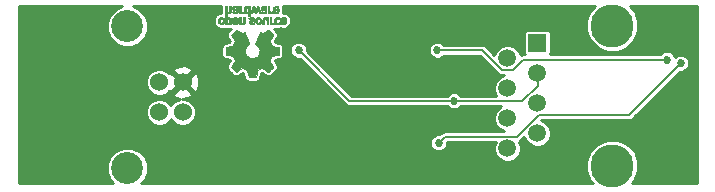
<source format=gbl>
G04 #@! TF.FileFunction,Copper,L2,Bot,Signal*
%FSLAX46Y46*%
G04 Gerber Fmt 4.6, Leading zero omitted, Abs format (unit mm)*
G04 Created by KiCad (PCBNEW 4.0.4-stable) date Wednesday, October 12, 2016 'AMt' 01:08:12 AM*
%MOMM*%
%LPD*%
G01*
G04 APERTURE LIST*
%ADD10C,0.100000*%
%ADD11C,0.010000*%
%ADD12C,3.649980*%
%ADD13R,1.501140X1.501140*%
%ADD14C,1.501140*%
%ADD15C,1.524000*%
%ADD16C,2.700020*%
%ADD17C,0.685800*%
%ADD18C,0.152400*%
%ADD19C,0.203200*%
%ADD20C,0.250000*%
%ADD21C,0.254000*%
G04 APERTURE END LIST*
D10*
D11*
G36*
X155798241Y-99099816D02*
X155824753Y-99086718D01*
X155857447Y-99063894D01*
X155881275Y-99039004D01*
X155897594Y-99007751D01*
X155907760Y-98965834D01*
X155913128Y-98908956D01*
X155915056Y-98832816D01*
X155915169Y-98800083D01*
X155914839Y-98728344D01*
X155913473Y-98677073D01*
X155910500Y-98641596D01*
X155905351Y-98617237D01*
X155897457Y-98599320D01*
X155889243Y-98587098D01*
X155836813Y-98535095D01*
X155775070Y-98503816D01*
X155708464Y-98494408D01*
X155641442Y-98508020D01*
X155620208Y-98517646D01*
X155569376Y-98544141D01*
X155569376Y-98128948D01*
X155606475Y-98148132D01*
X155655357Y-98162975D01*
X155715439Y-98166778D01*
X155775436Y-98159757D01*
X155820744Y-98143987D01*
X155858325Y-98113953D01*
X155890436Y-98070976D01*
X155892850Y-98066564D01*
X155903033Y-98045779D01*
X155910470Y-98024830D01*
X155915589Y-97999452D01*
X155918819Y-97965382D01*
X155920587Y-97918359D01*
X155921323Y-97854118D01*
X155921456Y-97781824D01*
X155921456Y-97551178D01*
X155783139Y-97551178D01*
X155783139Y-97976467D01*
X155744451Y-98009021D01*
X155704262Y-98035060D01*
X155666203Y-98039795D01*
X155627934Y-98027611D01*
X155607538Y-98015680D01*
X155592358Y-97998687D01*
X155581562Y-97973005D01*
X155574317Y-97935009D01*
X155569792Y-97881074D01*
X155567156Y-97807575D01*
X155566228Y-97758653D01*
X155563089Y-97557465D01*
X155497074Y-97553664D01*
X155431060Y-97549864D01*
X155431060Y-98798350D01*
X155569376Y-98798350D01*
X155572903Y-98728746D01*
X155584785Y-98680431D01*
X155606980Y-98650369D01*
X155641441Y-98635529D01*
X155676258Y-98632564D01*
X155715671Y-98635972D01*
X155741829Y-98649383D01*
X155758186Y-98667104D01*
X155771063Y-98686165D01*
X155778728Y-98707399D01*
X155782139Y-98737151D01*
X155782251Y-98781764D01*
X155781103Y-98819120D01*
X155778468Y-98875396D01*
X155774544Y-98912342D01*
X155767937Y-98935777D01*
X155757251Y-98951520D01*
X155747167Y-98960620D01*
X155705030Y-98980463D01*
X155655160Y-98983668D01*
X155626524Y-98976832D01*
X155598172Y-98952536D01*
X155579391Y-98905272D01*
X155570288Y-98835376D01*
X155569376Y-98798350D01*
X155431060Y-98798350D01*
X155431060Y-99110386D01*
X155500218Y-99110386D01*
X155541740Y-99108744D01*
X155563162Y-99102913D01*
X155569374Y-99091539D01*
X155569376Y-99091202D01*
X155572258Y-99080062D01*
X155584970Y-99081327D01*
X155610243Y-99093567D01*
X155669131Y-99112293D01*
X155735385Y-99114261D01*
X155798241Y-99099816D01*
X155798241Y-99099816D01*
G37*
X155798241Y-99099816D02*
X155824753Y-99086718D01*
X155857447Y-99063894D01*
X155881275Y-99039004D01*
X155897594Y-99007751D01*
X155907760Y-98965834D01*
X155913128Y-98908956D01*
X155915056Y-98832816D01*
X155915169Y-98800083D01*
X155914839Y-98728344D01*
X155913473Y-98677073D01*
X155910500Y-98641596D01*
X155905351Y-98617237D01*
X155897457Y-98599320D01*
X155889243Y-98587098D01*
X155836813Y-98535095D01*
X155775070Y-98503816D01*
X155708464Y-98494408D01*
X155641442Y-98508020D01*
X155620208Y-98517646D01*
X155569376Y-98544141D01*
X155569376Y-98128948D01*
X155606475Y-98148132D01*
X155655357Y-98162975D01*
X155715439Y-98166778D01*
X155775436Y-98159757D01*
X155820744Y-98143987D01*
X155858325Y-98113953D01*
X155890436Y-98070976D01*
X155892850Y-98066564D01*
X155903033Y-98045779D01*
X155910470Y-98024830D01*
X155915589Y-97999452D01*
X155918819Y-97965382D01*
X155920587Y-97918359D01*
X155921323Y-97854118D01*
X155921456Y-97781824D01*
X155921456Y-97551178D01*
X155783139Y-97551178D01*
X155783139Y-97976467D01*
X155744451Y-98009021D01*
X155704262Y-98035060D01*
X155666203Y-98039795D01*
X155627934Y-98027611D01*
X155607538Y-98015680D01*
X155592358Y-97998687D01*
X155581562Y-97973005D01*
X155574317Y-97935009D01*
X155569792Y-97881074D01*
X155567156Y-97807575D01*
X155566228Y-97758653D01*
X155563089Y-97557465D01*
X155497074Y-97553664D01*
X155431060Y-97549864D01*
X155431060Y-98798350D01*
X155569376Y-98798350D01*
X155572903Y-98728746D01*
X155584785Y-98680431D01*
X155606980Y-98650369D01*
X155641441Y-98635529D01*
X155676258Y-98632564D01*
X155715671Y-98635972D01*
X155741829Y-98649383D01*
X155758186Y-98667104D01*
X155771063Y-98686165D01*
X155778728Y-98707399D01*
X155782139Y-98737151D01*
X155782251Y-98781764D01*
X155781103Y-98819120D01*
X155778468Y-98875396D01*
X155774544Y-98912342D01*
X155767937Y-98935777D01*
X155757251Y-98951520D01*
X155747167Y-98960620D01*
X155705030Y-98980463D01*
X155655160Y-98983668D01*
X155626524Y-98976832D01*
X155598172Y-98952536D01*
X155579391Y-98905272D01*
X155570288Y-98835376D01*
X155569376Y-98798350D01*
X155431060Y-98798350D01*
X155431060Y-99110386D01*
X155500218Y-99110386D01*
X155541740Y-99108744D01*
X155563162Y-99102913D01*
X155569374Y-99091539D01*
X155569376Y-99091202D01*
X155572258Y-99080062D01*
X155584970Y-99081327D01*
X155610243Y-99093567D01*
X155669131Y-99112293D01*
X155735385Y-99114261D01*
X155798241Y-99099816D01*
G36*
X156322790Y-98162445D02*
X156381945Y-98146661D01*
X156426977Y-98118052D01*
X156458754Y-98080581D01*
X156468634Y-98064589D01*
X156475927Y-98047837D01*
X156481026Y-98026408D01*
X156484321Y-97996384D01*
X156486203Y-97953846D01*
X156487063Y-97894878D01*
X156487293Y-97815560D01*
X156487297Y-97794516D01*
X156487297Y-97551178D01*
X156426941Y-97551178D01*
X156388443Y-97553874D01*
X156359977Y-97560705D01*
X156352845Y-97564917D01*
X156333348Y-97572187D01*
X156313434Y-97564917D01*
X156280647Y-97555840D01*
X156233022Y-97552187D01*
X156180236Y-97553772D01*
X156131964Y-97560411D01*
X156103782Y-97568928D01*
X156049247Y-97603937D01*
X156015165Y-97652521D01*
X155999843Y-97717118D01*
X155999701Y-97718777D01*
X156001045Y-97747434D01*
X156122644Y-97747434D01*
X156133274Y-97714839D01*
X156150590Y-97696495D01*
X156185348Y-97682621D01*
X156231227Y-97677083D01*
X156278012Y-97679809D01*
X156315486Y-97690726D01*
X156325985Y-97697731D01*
X156344332Y-97730096D01*
X156348980Y-97766889D01*
X156348980Y-97815237D01*
X156279418Y-97815237D01*
X156213333Y-97810150D01*
X156163236Y-97795737D01*
X156132071Y-97773271D01*
X156122644Y-97747434D01*
X156001045Y-97747434D01*
X156003013Y-97789353D01*
X156026290Y-97845155D01*
X156070052Y-97887353D01*
X156076101Y-97891192D01*
X156102093Y-97903691D01*
X156134265Y-97911260D01*
X156179240Y-97914939D01*
X156232669Y-97915784D01*
X156348980Y-97915831D01*
X156348980Y-97964589D01*
X156344047Y-98002419D01*
X156331457Y-98027764D01*
X156329983Y-98029113D01*
X156301966Y-98040200D01*
X156259674Y-98044497D01*
X156212936Y-98042385D01*
X156171582Y-98034244D01*
X156147043Y-98022035D01*
X156133747Y-98012254D01*
X156119706Y-98010387D01*
X156100329Y-98018400D01*
X156071024Y-98038261D01*
X156027197Y-98071937D01*
X156023175Y-98075091D01*
X156025236Y-98086764D01*
X156042432Y-98106178D01*
X156068567Y-98127752D01*
X156097448Y-98145904D01*
X156106522Y-98150191D01*
X156139620Y-98158744D01*
X156188120Y-98164845D01*
X156242305Y-98167292D01*
X156244839Y-98167297D01*
X156322790Y-98162445D01*
X156322790Y-98162445D01*
G37*
X156322790Y-98162445D02*
X156381945Y-98146661D01*
X156426977Y-98118052D01*
X156458754Y-98080581D01*
X156468634Y-98064589D01*
X156475927Y-98047837D01*
X156481026Y-98026408D01*
X156484321Y-97996384D01*
X156486203Y-97953846D01*
X156487063Y-97894878D01*
X156487293Y-97815560D01*
X156487297Y-97794516D01*
X156487297Y-97551178D01*
X156426941Y-97551178D01*
X156388443Y-97553874D01*
X156359977Y-97560705D01*
X156352845Y-97564917D01*
X156333348Y-97572187D01*
X156313434Y-97564917D01*
X156280647Y-97555840D01*
X156233022Y-97552187D01*
X156180236Y-97553772D01*
X156131964Y-97560411D01*
X156103782Y-97568928D01*
X156049247Y-97603937D01*
X156015165Y-97652521D01*
X155999843Y-97717118D01*
X155999701Y-97718777D01*
X156001045Y-97747434D01*
X156122644Y-97747434D01*
X156133274Y-97714839D01*
X156150590Y-97696495D01*
X156185348Y-97682621D01*
X156231227Y-97677083D01*
X156278012Y-97679809D01*
X156315486Y-97690726D01*
X156325985Y-97697731D01*
X156344332Y-97730096D01*
X156348980Y-97766889D01*
X156348980Y-97815237D01*
X156279418Y-97815237D01*
X156213333Y-97810150D01*
X156163236Y-97795737D01*
X156132071Y-97773271D01*
X156122644Y-97747434D01*
X156001045Y-97747434D01*
X156003013Y-97789353D01*
X156026290Y-97845155D01*
X156070052Y-97887353D01*
X156076101Y-97891192D01*
X156102093Y-97903691D01*
X156134265Y-97911260D01*
X156179240Y-97914939D01*
X156232669Y-97915784D01*
X156348980Y-97915831D01*
X156348980Y-97964589D01*
X156344047Y-98002419D01*
X156331457Y-98027764D01*
X156329983Y-98029113D01*
X156301966Y-98040200D01*
X156259674Y-98044497D01*
X156212936Y-98042385D01*
X156171582Y-98034244D01*
X156147043Y-98022035D01*
X156133747Y-98012254D01*
X156119706Y-98010387D01*
X156100329Y-98018400D01*
X156071024Y-98038261D01*
X156027197Y-98071937D01*
X156023175Y-98075091D01*
X156025236Y-98086764D01*
X156042432Y-98106178D01*
X156068567Y-98127752D01*
X156097448Y-98145904D01*
X156106522Y-98150191D01*
X156139620Y-98158744D01*
X156188120Y-98164845D01*
X156242305Y-98167292D01*
X156244839Y-98167297D01*
X156322790Y-98162445D01*
G36*
X156713644Y-98165980D02*
X156732461Y-98160340D01*
X156738527Y-98147947D01*
X156738782Y-98142353D01*
X156739871Y-98126770D01*
X156747368Y-98124324D01*
X156767619Y-98135007D01*
X156779649Y-98142306D01*
X156817600Y-98157937D01*
X156862928Y-98165666D01*
X156910456Y-98166260D01*
X156955005Y-98160487D01*
X156991398Y-98149116D01*
X157014457Y-98132912D01*
X157019004Y-98112645D01*
X157016709Y-98107157D01*
X156999980Y-98084374D01*
X156974037Y-98056353D01*
X156969345Y-98051823D01*
X156944617Y-98030995D01*
X156923282Y-98024265D01*
X156893445Y-98028962D01*
X156881492Y-98032083D01*
X156844295Y-98039579D01*
X156818141Y-98036208D01*
X156796054Y-98024319D01*
X156775822Y-98008365D01*
X156760921Y-97988300D01*
X156750566Y-97960298D01*
X156743971Y-97920533D01*
X156740351Y-97865177D01*
X156738922Y-97790406D01*
X156738782Y-97745260D01*
X156738782Y-97551178D01*
X156613040Y-97551178D01*
X156613040Y-98167317D01*
X156675911Y-98167317D01*
X156713644Y-98165980D01*
X156713644Y-98165980D01*
G37*
X156713644Y-98165980D02*
X156732461Y-98160340D01*
X156738527Y-98147947D01*
X156738782Y-98142353D01*
X156739871Y-98126770D01*
X156747368Y-98124324D01*
X156767619Y-98135007D01*
X156779649Y-98142306D01*
X156817600Y-98157937D01*
X156862928Y-98165666D01*
X156910456Y-98166260D01*
X156955005Y-98160487D01*
X156991398Y-98149116D01*
X157014457Y-98132912D01*
X157019004Y-98112645D01*
X157016709Y-98107157D01*
X156999980Y-98084374D01*
X156974037Y-98056353D01*
X156969345Y-98051823D01*
X156944617Y-98030995D01*
X156923282Y-98024265D01*
X156893445Y-98028962D01*
X156881492Y-98032083D01*
X156844295Y-98039579D01*
X156818141Y-98036208D01*
X156796054Y-98024319D01*
X156775822Y-98008365D01*
X156760921Y-97988300D01*
X156750566Y-97960298D01*
X156743971Y-97920533D01*
X156740351Y-97865177D01*
X156738922Y-97790406D01*
X156738782Y-97745260D01*
X156738782Y-97551178D01*
X156613040Y-97551178D01*
X156613040Y-98167317D01*
X156675911Y-98167317D01*
X156713644Y-98165980D01*
G36*
X157505812Y-97551178D02*
X157436654Y-97551178D01*
X157396512Y-97552355D01*
X157375606Y-97557228D01*
X157368078Y-97567814D01*
X157367495Y-97574971D01*
X157366226Y-97589324D01*
X157358221Y-97592077D01*
X157337185Y-97583229D01*
X157320827Y-97574971D01*
X157258023Y-97555403D01*
X157189752Y-97554271D01*
X157134248Y-97568865D01*
X157082562Y-97604123D01*
X157043162Y-97656165D01*
X157021587Y-97717550D01*
X157021038Y-97720982D01*
X157017833Y-97758429D01*
X157016239Y-97812187D01*
X157016367Y-97852845D01*
X157153721Y-97852845D01*
X157156903Y-97798806D01*
X157164141Y-97754265D01*
X157173940Y-97729112D01*
X157211011Y-97694740D01*
X157255026Y-97682418D01*
X157300416Y-97692382D01*
X157339203Y-97722105D01*
X157353892Y-97742095D01*
X157362481Y-97765950D01*
X157366504Y-97800770D01*
X157367495Y-97853070D01*
X157365722Y-97904861D01*
X157361037Y-97950366D01*
X157354397Y-97980819D01*
X157353290Y-97983548D01*
X157326509Y-98016000D01*
X157287421Y-98033817D01*
X157243685Y-98036694D01*
X157202962Y-98024326D01*
X157172913Y-97996407D01*
X157169796Y-97990852D01*
X157160039Y-97956978D01*
X157154723Y-97908272D01*
X157153721Y-97852845D01*
X157016367Y-97852845D01*
X157016432Y-97873460D01*
X157017336Y-97906437D01*
X157023486Y-97988019D01*
X157036267Y-98049270D01*
X157057529Y-98094551D01*
X157089122Y-98128221D01*
X157119793Y-98147986D01*
X157162646Y-98161880D01*
X157215944Y-98166646D01*
X157270520Y-98162764D01*
X157317208Y-98150718D01*
X157341876Y-98136307D01*
X157367495Y-98113122D01*
X157367495Y-98406227D01*
X157505812Y-98406227D01*
X157505812Y-97551178D01*
X157505812Y-97551178D01*
G37*
X157505812Y-97551178D02*
X157436654Y-97551178D01*
X157396512Y-97552355D01*
X157375606Y-97557228D01*
X157368078Y-97567814D01*
X157367495Y-97574971D01*
X157366226Y-97589324D01*
X157358221Y-97592077D01*
X157337185Y-97583229D01*
X157320827Y-97574971D01*
X157258023Y-97555403D01*
X157189752Y-97554271D01*
X157134248Y-97568865D01*
X157082562Y-97604123D01*
X157043162Y-97656165D01*
X157021587Y-97717550D01*
X157021038Y-97720982D01*
X157017833Y-97758429D01*
X157016239Y-97812187D01*
X157016367Y-97852845D01*
X157153721Y-97852845D01*
X157156903Y-97798806D01*
X157164141Y-97754265D01*
X157173940Y-97729112D01*
X157211011Y-97694740D01*
X157255026Y-97682418D01*
X157300416Y-97692382D01*
X157339203Y-97722105D01*
X157353892Y-97742095D01*
X157362481Y-97765950D01*
X157366504Y-97800770D01*
X157367495Y-97853070D01*
X157365722Y-97904861D01*
X157361037Y-97950366D01*
X157354397Y-97980819D01*
X157353290Y-97983548D01*
X157326509Y-98016000D01*
X157287421Y-98033817D01*
X157243685Y-98036694D01*
X157202962Y-98024326D01*
X157172913Y-97996407D01*
X157169796Y-97990852D01*
X157160039Y-97956978D01*
X157154723Y-97908272D01*
X157153721Y-97852845D01*
X157016367Y-97852845D01*
X157016432Y-97873460D01*
X157017336Y-97906437D01*
X157023486Y-97988019D01*
X157036267Y-98049270D01*
X157057529Y-98094551D01*
X157089122Y-98128221D01*
X157119793Y-98147986D01*
X157162646Y-98161880D01*
X157215944Y-98166646D01*
X157270520Y-98162764D01*
X157317208Y-98150718D01*
X157341876Y-98136307D01*
X157367495Y-98113122D01*
X157367495Y-98406227D01*
X157505812Y-98406227D01*
X157505812Y-97551178D01*
G36*
X157988524Y-98164763D02*
X158038255Y-98161029D01*
X158168291Y-97771227D01*
X158188678Y-97840386D01*
X158200946Y-97883126D01*
X158217085Y-97940885D01*
X158234512Y-98004375D01*
X158243726Y-98038430D01*
X158278388Y-98167317D01*
X158421391Y-98167317D01*
X158378646Y-98032143D01*
X158357596Y-97965658D01*
X158332167Y-97885461D01*
X158305610Y-97801807D01*
X158281902Y-97727218D01*
X158227902Y-97557465D01*
X158169598Y-97553672D01*
X158111295Y-97549878D01*
X158079679Y-97654266D01*
X158060182Y-97719111D01*
X158038904Y-97790600D01*
X158020308Y-97853737D01*
X158019574Y-97856250D01*
X158005684Y-97899031D01*
X157993429Y-97928221D01*
X157984846Y-97939259D01*
X157983082Y-97937982D01*
X157976891Y-97920870D01*
X157965128Y-97884213D01*
X157949225Y-97832622D01*
X157930614Y-97770706D01*
X157920543Y-97736648D01*
X157866007Y-97551178D01*
X157750264Y-97551178D01*
X157657737Y-97843529D01*
X157631744Y-97925538D01*
X157608066Y-98000013D01*
X157587820Y-98063456D01*
X157572126Y-98112368D01*
X157562102Y-98143251D01*
X157559055Y-98152274D01*
X157561467Y-98161513D01*
X157580408Y-98165559D01*
X157619823Y-98165154D01*
X157625993Y-98164848D01*
X157699086Y-98161029D01*
X157746957Y-97984990D01*
X157764553Y-97920789D01*
X157780277Y-97864351D01*
X157792746Y-97820578D01*
X157800574Y-97794370D01*
X157802020Y-97790097D01*
X157808014Y-97795010D01*
X157820101Y-97820468D01*
X157836893Y-97863003D01*
X157857003Y-97919150D01*
X157874003Y-97969870D01*
X157938794Y-98168496D01*
X157988524Y-98164763D01*
X157988524Y-98164763D01*
G37*
X157988524Y-98164763D02*
X158038255Y-98161029D01*
X158168291Y-97771227D01*
X158188678Y-97840386D01*
X158200946Y-97883126D01*
X158217085Y-97940885D01*
X158234512Y-98004375D01*
X158243726Y-98038430D01*
X158278388Y-98167317D01*
X158421391Y-98167317D01*
X158378646Y-98032143D01*
X158357596Y-97965658D01*
X158332167Y-97885461D01*
X158305610Y-97801807D01*
X158281902Y-97727218D01*
X158227902Y-97557465D01*
X158169598Y-97553672D01*
X158111295Y-97549878D01*
X158079679Y-97654266D01*
X158060182Y-97719111D01*
X158038904Y-97790600D01*
X158020308Y-97853737D01*
X158019574Y-97856250D01*
X158005684Y-97899031D01*
X157993429Y-97928221D01*
X157984846Y-97939259D01*
X157983082Y-97937982D01*
X157976891Y-97920870D01*
X157965128Y-97884213D01*
X157949225Y-97832622D01*
X157930614Y-97770706D01*
X157920543Y-97736648D01*
X157866007Y-97551178D01*
X157750264Y-97551178D01*
X157657737Y-97843529D01*
X157631744Y-97925538D01*
X157608066Y-98000013D01*
X157587820Y-98063456D01*
X157572126Y-98112368D01*
X157562102Y-98143251D01*
X157559055Y-98152274D01*
X157561467Y-98161513D01*
X157580408Y-98165559D01*
X157619823Y-98165154D01*
X157625993Y-98164848D01*
X157699086Y-98161029D01*
X157746957Y-97984990D01*
X157764553Y-97920789D01*
X157780277Y-97864351D01*
X157792746Y-97820578D01*
X157800574Y-97794370D01*
X157802020Y-97790097D01*
X157808014Y-97795010D01*
X157820101Y-97820468D01*
X157836893Y-97863003D01*
X157857003Y-97919150D01*
X157874003Y-97969870D01*
X157938794Y-98168496D01*
X157988524Y-98164763D01*
G36*
X158745411Y-98163583D02*
X158798411Y-98150710D01*
X158813731Y-98143890D01*
X158843428Y-98126026D01*
X158866220Y-98105907D01*
X158883083Y-98080038D01*
X158894998Y-98044927D01*
X158902942Y-97997080D01*
X158907894Y-97933004D01*
X158910831Y-97849206D01*
X158911947Y-97793232D01*
X158916052Y-97551178D01*
X158845932Y-97551178D01*
X158803393Y-97552962D01*
X158781476Y-97559058D01*
X158775812Y-97569294D01*
X158772821Y-97580363D01*
X158759451Y-97578246D01*
X158741233Y-97569371D01*
X158695624Y-97555767D01*
X158637007Y-97552101D01*
X158575354Y-97558097D01*
X158520638Y-97573479D01*
X158515730Y-97575614D01*
X158465723Y-97610745D01*
X158432756Y-97659581D01*
X158417587Y-97716667D01*
X158418746Y-97737176D01*
X158542508Y-97737176D01*
X158553413Y-97709575D01*
X158585745Y-97689796D01*
X158637910Y-97679181D01*
X158665787Y-97677772D01*
X158712247Y-97681380D01*
X158743129Y-97695403D01*
X158750664Y-97702069D01*
X158771076Y-97738334D01*
X158775812Y-97771227D01*
X158775812Y-97815237D01*
X158714513Y-97815237D01*
X158643256Y-97811605D01*
X158593276Y-97800182D01*
X158561696Y-97780176D01*
X158554626Y-97771257D01*
X158542508Y-97737176D01*
X158418746Y-97737176D01*
X158420971Y-97776544D01*
X158443663Y-97833756D01*
X158474624Y-97872420D01*
X158493376Y-97889136D01*
X158511733Y-97900122D01*
X158535619Y-97906820D01*
X158570957Y-97910674D01*
X158623669Y-97913127D01*
X158644577Y-97913832D01*
X158775812Y-97918121D01*
X158775620Y-97957842D01*
X158770537Y-97999595D01*
X158752162Y-98024842D01*
X158715039Y-98040970D01*
X158714043Y-98041258D01*
X158661410Y-98047600D01*
X158609906Y-98039316D01*
X158571630Y-98019173D01*
X158556272Y-98009227D01*
X158539730Y-98010603D01*
X158514275Y-98025013D01*
X158499328Y-98035183D01*
X158470091Y-98056912D01*
X158451980Y-98073200D01*
X158449074Y-98077863D01*
X158461040Y-98101995D01*
X158496396Y-98130815D01*
X158511753Y-98140539D01*
X158555901Y-98157286D01*
X158615398Y-98166773D01*
X158681487Y-98168905D01*
X158745411Y-98163583D01*
X158745411Y-98163583D01*
G37*
X158745411Y-98163583D02*
X158798411Y-98150710D01*
X158813731Y-98143890D01*
X158843428Y-98126026D01*
X158866220Y-98105907D01*
X158883083Y-98080038D01*
X158894998Y-98044927D01*
X158902942Y-97997080D01*
X158907894Y-97933004D01*
X158910831Y-97849206D01*
X158911947Y-97793232D01*
X158916052Y-97551178D01*
X158845932Y-97551178D01*
X158803393Y-97552962D01*
X158781476Y-97559058D01*
X158775812Y-97569294D01*
X158772821Y-97580363D01*
X158759451Y-97578246D01*
X158741233Y-97569371D01*
X158695624Y-97555767D01*
X158637007Y-97552101D01*
X158575354Y-97558097D01*
X158520638Y-97573479D01*
X158515730Y-97575614D01*
X158465723Y-97610745D01*
X158432756Y-97659581D01*
X158417587Y-97716667D01*
X158418746Y-97737176D01*
X158542508Y-97737176D01*
X158553413Y-97709575D01*
X158585745Y-97689796D01*
X158637910Y-97679181D01*
X158665787Y-97677772D01*
X158712247Y-97681380D01*
X158743129Y-97695403D01*
X158750664Y-97702069D01*
X158771076Y-97738334D01*
X158775812Y-97771227D01*
X158775812Y-97815237D01*
X158714513Y-97815237D01*
X158643256Y-97811605D01*
X158593276Y-97800182D01*
X158561696Y-97780176D01*
X158554626Y-97771257D01*
X158542508Y-97737176D01*
X158418746Y-97737176D01*
X158420971Y-97776544D01*
X158443663Y-97833756D01*
X158474624Y-97872420D01*
X158493376Y-97889136D01*
X158511733Y-97900122D01*
X158535619Y-97906820D01*
X158570957Y-97910674D01*
X158623669Y-97913127D01*
X158644577Y-97913832D01*
X158775812Y-97918121D01*
X158775620Y-97957842D01*
X158770537Y-97999595D01*
X158752162Y-98024842D01*
X158715039Y-98040970D01*
X158714043Y-98041258D01*
X158661410Y-98047600D01*
X158609906Y-98039316D01*
X158571630Y-98019173D01*
X158556272Y-98009227D01*
X158539730Y-98010603D01*
X158514275Y-98025013D01*
X158499328Y-98035183D01*
X158470091Y-98056912D01*
X158451980Y-98073200D01*
X158449074Y-98077863D01*
X158461040Y-98101995D01*
X158496396Y-98130815D01*
X158511753Y-98140539D01*
X158555901Y-98157286D01*
X158615398Y-98166773D01*
X158681487Y-98168905D01*
X158745411Y-98163583D01*
G36*
X159342255Y-98167514D02*
X159390595Y-98157985D01*
X159418114Y-98143875D01*
X159447064Y-98120432D01*
X159405876Y-98068429D01*
X159380482Y-98036936D01*
X159363238Y-98021572D01*
X159346102Y-98019224D01*
X159321027Y-98026783D01*
X159309257Y-98031059D01*
X159261270Y-98037369D01*
X159217324Y-98023844D01*
X159185060Y-97993290D01*
X159179819Y-97983548D01*
X159174112Y-97957742D01*
X159169706Y-97910183D01*
X159166811Y-97844242D01*
X159165631Y-97763290D01*
X159165614Y-97751774D01*
X159165614Y-97551178D01*
X159027297Y-97551178D01*
X159027297Y-98167317D01*
X159096456Y-98167317D01*
X159136333Y-98166275D01*
X159157107Y-98161642D01*
X159164789Y-98151151D01*
X159165614Y-98141255D01*
X159165614Y-98115194D01*
X159198745Y-98141255D01*
X159236735Y-98159035D01*
X159287770Y-98167826D01*
X159342255Y-98167514D01*
X159342255Y-98167514D01*
G37*
X159342255Y-98167514D02*
X159390595Y-98157985D01*
X159418114Y-98143875D01*
X159447064Y-98120432D01*
X159405876Y-98068429D01*
X159380482Y-98036936D01*
X159363238Y-98021572D01*
X159346102Y-98019224D01*
X159321027Y-98026783D01*
X159309257Y-98031059D01*
X159261270Y-98037369D01*
X159217324Y-98023844D01*
X159185060Y-97993290D01*
X159179819Y-97983548D01*
X159174112Y-97957742D01*
X159169706Y-97910183D01*
X159166811Y-97844242D01*
X159165631Y-97763290D01*
X159165614Y-97751774D01*
X159165614Y-97551178D01*
X159027297Y-97551178D01*
X159027297Y-98167317D01*
X159096456Y-98167317D01*
X159136333Y-98166275D01*
X159157107Y-98161642D01*
X159164789Y-98151151D01*
X159165614Y-98141255D01*
X159165614Y-98115194D01*
X159198745Y-98141255D01*
X159236735Y-98159035D01*
X159287770Y-98167826D01*
X159342255Y-98167514D01*
G36*
X159739581Y-98164030D02*
X159799685Y-98148403D01*
X159850021Y-98116152D01*
X159874393Y-98092060D01*
X159914345Y-98035105D01*
X159937242Y-97969035D01*
X159945108Y-97887818D01*
X159945148Y-97881252D01*
X159945218Y-97815237D01*
X159565264Y-97815237D01*
X159573363Y-97780658D01*
X159587987Y-97749341D01*
X159613581Y-97716709D01*
X159618935Y-97711500D01*
X159664943Y-97683306D01*
X159717410Y-97678525D01*
X159777803Y-97697074D01*
X159788040Y-97702069D01*
X159819439Y-97717255D01*
X159840470Y-97725906D01*
X159844139Y-97726707D01*
X159856948Y-97718937D01*
X159881378Y-97699928D01*
X159893779Y-97689540D01*
X159919476Y-97665679D01*
X159927915Y-97649923D01*
X159922058Y-97635429D01*
X159918928Y-97631466D01*
X159897725Y-97614121D01*
X159862738Y-97593041D01*
X159838337Y-97580735D01*
X159769072Y-97559054D01*
X159692388Y-97552029D01*
X159619765Y-97560353D01*
X159599426Y-97566314D01*
X159536476Y-97600048D01*
X159489815Y-97651955D01*
X159459173Y-97722541D01*
X159444282Y-97812308D01*
X159442647Y-97859247D01*
X159447421Y-97927587D01*
X159567990Y-97927587D01*
X159579652Y-97922535D01*
X159610998Y-97918571D01*
X159656571Y-97916232D01*
X159687446Y-97915831D01*
X159742981Y-97916217D01*
X159778033Y-97918025D01*
X159797262Y-97922227D01*
X159805330Y-97929797D01*
X159806901Y-97940782D01*
X159796121Y-97974619D01*
X159768980Y-98008060D01*
X159733277Y-98033728D01*
X159697560Y-98044228D01*
X159649048Y-98034914D01*
X159607053Y-98007987D01*
X159577936Y-97969173D01*
X159567990Y-97927587D01*
X159447421Y-97927587D01*
X159449599Y-97958764D01*
X159471055Y-98038051D01*
X159507470Y-98097737D01*
X159559297Y-98138451D01*
X159626990Y-98160821D01*
X159663662Y-98165129D01*
X159739581Y-98164030D01*
X159739581Y-98164030D01*
G37*
X159739581Y-98164030D02*
X159799685Y-98148403D01*
X159850021Y-98116152D01*
X159874393Y-98092060D01*
X159914345Y-98035105D01*
X159937242Y-97969035D01*
X159945108Y-97887818D01*
X159945148Y-97881252D01*
X159945218Y-97815237D01*
X159565264Y-97815237D01*
X159573363Y-97780658D01*
X159587987Y-97749341D01*
X159613581Y-97716709D01*
X159618935Y-97711500D01*
X159664943Y-97683306D01*
X159717410Y-97678525D01*
X159777803Y-97697074D01*
X159788040Y-97702069D01*
X159819439Y-97717255D01*
X159840470Y-97725906D01*
X159844139Y-97726707D01*
X159856948Y-97718937D01*
X159881378Y-97699928D01*
X159893779Y-97689540D01*
X159919476Y-97665679D01*
X159927915Y-97649923D01*
X159922058Y-97635429D01*
X159918928Y-97631466D01*
X159897725Y-97614121D01*
X159862738Y-97593041D01*
X159838337Y-97580735D01*
X159769072Y-97559054D01*
X159692388Y-97552029D01*
X159619765Y-97560353D01*
X159599426Y-97566314D01*
X159536476Y-97600048D01*
X159489815Y-97651955D01*
X159459173Y-97722541D01*
X159444282Y-97812308D01*
X159442647Y-97859247D01*
X159447421Y-97927587D01*
X159567990Y-97927587D01*
X159579652Y-97922535D01*
X159610998Y-97918571D01*
X159656571Y-97916232D01*
X159687446Y-97915831D01*
X159742981Y-97916217D01*
X159778033Y-97918025D01*
X159797262Y-97922227D01*
X159805330Y-97929797D01*
X159806901Y-97940782D01*
X159796121Y-97974619D01*
X159768980Y-98008060D01*
X159733277Y-98033728D01*
X159697560Y-98044228D01*
X159649048Y-98034914D01*
X159607053Y-98007987D01*
X159577936Y-97969173D01*
X159567990Y-97927587D01*
X159447421Y-97927587D01*
X159449599Y-97958764D01*
X159471055Y-98038051D01*
X159507470Y-98097737D01*
X159559297Y-98138451D01*
X159626990Y-98160821D01*
X159663662Y-98165129D01*
X159739581Y-98164030D01*
G36*
X155168739Y-99103852D02*
X155234521Y-99074769D01*
X155284460Y-99026207D01*
X155318626Y-98958092D01*
X155337093Y-98870349D01*
X155338417Y-98856649D01*
X155339454Y-98760061D01*
X155326007Y-98675398D01*
X155298892Y-98606779D01*
X155284373Y-98584706D01*
X155233799Y-98537989D01*
X155169391Y-98507732D01*
X155097334Y-98495176D01*
X155023815Y-98501561D01*
X154967928Y-98521228D01*
X154919868Y-98554371D01*
X154880588Y-98597825D01*
X154879908Y-98598842D01*
X154863956Y-98625662D01*
X154853590Y-98652632D01*
X154847312Y-98686668D01*
X154843627Y-98734690D01*
X154842003Y-98774069D01*
X154841328Y-98809781D01*
X154967045Y-98809781D01*
X154968274Y-98774230D01*
X154972734Y-98726906D01*
X154980603Y-98696535D01*
X154994793Y-98674928D01*
X155008083Y-98662306D01*
X155055198Y-98635878D01*
X155104495Y-98632347D01*
X155150407Y-98651361D01*
X155173362Y-98672669D01*
X155189904Y-98694141D01*
X155199579Y-98714687D01*
X155203826Y-98741426D01*
X155204080Y-98781477D01*
X155202772Y-98818362D01*
X155199957Y-98871053D01*
X155195495Y-98905228D01*
X155187452Y-98927520D01*
X155173897Y-98944558D01*
X155163155Y-98954297D01*
X155118223Y-98979877D01*
X155069751Y-98981153D01*
X155029106Y-98966001D01*
X154994433Y-98934358D01*
X154973776Y-98882380D01*
X154967045Y-98809781D01*
X154841328Y-98809781D01*
X154840521Y-98852379D01*
X154843052Y-98910944D01*
X154850638Y-98954993D01*
X154864319Y-98989752D01*
X154885135Y-99020449D01*
X154892853Y-99029564D01*
X154941111Y-99074979D01*
X154992872Y-99101507D01*
X155056172Y-99112621D01*
X155087039Y-99113529D01*
X155168739Y-99103852D01*
X155168739Y-99103852D01*
G37*
X155168739Y-99103852D02*
X155234521Y-99074769D01*
X155284460Y-99026207D01*
X155318626Y-98958092D01*
X155337093Y-98870349D01*
X155338417Y-98856649D01*
X155339454Y-98760061D01*
X155326007Y-98675398D01*
X155298892Y-98606779D01*
X155284373Y-98584706D01*
X155233799Y-98537989D01*
X155169391Y-98507732D01*
X155097334Y-98495176D01*
X155023815Y-98501561D01*
X154967928Y-98521228D01*
X154919868Y-98554371D01*
X154880588Y-98597825D01*
X154879908Y-98598842D01*
X154863956Y-98625662D01*
X154853590Y-98652632D01*
X154847312Y-98686668D01*
X154843627Y-98734690D01*
X154842003Y-98774069D01*
X154841328Y-98809781D01*
X154967045Y-98809781D01*
X154968274Y-98774230D01*
X154972734Y-98726906D01*
X154980603Y-98696535D01*
X154994793Y-98674928D01*
X155008083Y-98662306D01*
X155055198Y-98635878D01*
X155104495Y-98632347D01*
X155150407Y-98651361D01*
X155173362Y-98672669D01*
X155189904Y-98694141D01*
X155199579Y-98714687D01*
X155203826Y-98741426D01*
X155204080Y-98781477D01*
X155202772Y-98818362D01*
X155199957Y-98871053D01*
X155195495Y-98905228D01*
X155187452Y-98927520D01*
X155173897Y-98944558D01*
X155163155Y-98954297D01*
X155118223Y-98979877D01*
X155069751Y-98981153D01*
X155029106Y-98966001D01*
X154994433Y-98934358D01*
X154973776Y-98882380D01*
X154967045Y-98809781D01*
X154841328Y-98809781D01*
X154840521Y-98852379D01*
X154843052Y-98910944D01*
X154850638Y-98954993D01*
X154864319Y-98989752D01*
X154885135Y-99020449D01*
X154892853Y-99029564D01*
X154941111Y-99074979D01*
X154992872Y-99101507D01*
X155056172Y-99112621D01*
X155087039Y-99113529D01*
X155168739Y-99103852D01*
G36*
X156350301Y-99096386D02*
X156362832Y-99090486D01*
X156406201Y-99058717D01*
X156447210Y-99012354D01*
X156477832Y-98961304D01*
X156486541Y-98937834D01*
X156494488Y-98895909D01*
X156499226Y-98845243D01*
X156499801Y-98824321D01*
X156499871Y-98758307D01*
X156119917Y-98758307D01*
X156128017Y-98723727D01*
X156147896Y-98682830D01*
X156182653Y-98647486D01*
X156224002Y-98624718D01*
X156250351Y-98619990D01*
X156286084Y-98625727D01*
X156328718Y-98640118D01*
X156343201Y-98646738D01*
X156396760Y-98673487D01*
X156442467Y-98638624D01*
X156468842Y-98615045D01*
X156482876Y-98595583D01*
X156483586Y-98589871D01*
X156471049Y-98576027D01*
X156443572Y-98554988D01*
X156418634Y-98538575D01*
X156351336Y-98509070D01*
X156275890Y-98495716D01*
X156201112Y-98499188D01*
X156141505Y-98517337D01*
X156080059Y-98556216D01*
X156036392Y-98607405D01*
X156009074Y-98673633D01*
X155996678Y-98757629D01*
X155995579Y-98796064D01*
X155999978Y-98884139D01*
X156000518Y-98886701D01*
X156126418Y-98886701D01*
X156129885Y-98878442D01*
X156144137Y-98873887D01*
X156173530Y-98871935D01*
X156222425Y-98871483D01*
X156241252Y-98871475D01*
X156298533Y-98872157D01*
X156334859Y-98874636D01*
X156354396Y-98879557D01*
X156361310Y-98887566D01*
X156361555Y-98890138D01*
X156353664Y-98910577D01*
X156333915Y-98939211D01*
X156325425Y-98949237D01*
X156293906Y-98977592D01*
X156261051Y-98988741D01*
X156243349Y-98989673D01*
X156195461Y-98978019D01*
X156155301Y-98946715D01*
X156129827Y-98901248D01*
X156129375Y-98899767D01*
X156126418Y-98886701D01*
X156000518Y-98886701D01*
X156014608Y-98953490D01*
X156040962Y-99008975D01*
X156073193Y-99048361D01*
X156132783Y-99091069D01*
X156202832Y-99113891D01*
X156277339Y-99115954D01*
X156350301Y-99096386D01*
X156350301Y-99096386D01*
G37*
X156350301Y-99096386D02*
X156362832Y-99090486D01*
X156406201Y-99058717D01*
X156447210Y-99012354D01*
X156477832Y-98961304D01*
X156486541Y-98937834D01*
X156494488Y-98895909D01*
X156499226Y-98845243D01*
X156499801Y-98824321D01*
X156499871Y-98758307D01*
X156119917Y-98758307D01*
X156128017Y-98723727D01*
X156147896Y-98682830D01*
X156182653Y-98647486D01*
X156224002Y-98624718D01*
X156250351Y-98619990D01*
X156286084Y-98625727D01*
X156328718Y-98640118D01*
X156343201Y-98646738D01*
X156396760Y-98673487D01*
X156442467Y-98638624D01*
X156468842Y-98615045D01*
X156482876Y-98595583D01*
X156483586Y-98589871D01*
X156471049Y-98576027D01*
X156443572Y-98554988D01*
X156418634Y-98538575D01*
X156351336Y-98509070D01*
X156275890Y-98495716D01*
X156201112Y-98499188D01*
X156141505Y-98517337D01*
X156080059Y-98556216D01*
X156036392Y-98607405D01*
X156009074Y-98673633D01*
X155996678Y-98757629D01*
X155995579Y-98796064D01*
X155999978Y-98884139D01*
X156000518Y-98886701D01*
X156126418Y-98886701D01*
X156129885Y-98878442D01*
X156144137Y-98873887D01*
X156173530Y-98871935D01*
X156222425Y-98871483D01*
X156241252Y-98871475D01*
X156298533Y-98872157D01*
X156334859Y-98874636D01*
X156354396Y-98879557D01*
X156361310Y-98887566D01*
X156361555Y-98890138D01*
X156353664Y-98910577D01*
X156333915Y-98939211D01*
X156325425Y-98949237D01*
X156293906Y-98977592D01*
X156261051Y-98988741D01*
X156243349Y-98989673D01*
X156195461Y-98978019D01*
X156155301Y-98946715D01*
X156129827Y-98901248D01*
X156129375Y-98899767D01*
X156126418Y-98886701D01*
X156000518Y-98886701D01*
X156014608Y-98953490D01*
X156040962Y-99008975D01*
X156073193Y-99048361D01*
X156132783Y-99091069D01*
X156202832Y-99113891D01*
X156277339Y-99115954D01*
X156350301Y-99096386D01*
G36*
X157721017Y-99112548D02*
X157768634Y-99103518D01*
X157818034Y-99084630D01*
X157823312Y-99082223D01*
X157860774Y-99062524D01*
X157886717Y-99044219D01*
X157895103Y-99032492D01*
X157887117Y-99013368D01*
X157867720Y-98985150D01*
X157859110Y-98974616D01*
X157823628Y-98933153D01*
X157777885Y-98960142D01*
X157734350Y-98978122D01*
X157684050Y-98987733D01*
X157635812Y-98988340D01*
X157598467Y-98979309D01*
X157589505Y-98973673D01*
X157572437Y-98947829D01*
X157570363Y-98918059D01*
X157583134Y-98894803D01*
X157590688Y-98890292D01*
X157613325Y-98884691D01*
X157653115Y-98878108D01*
X157702166Y-98871817D01*
X157711215Y-98870830D01*
X157789996Y-98857202D01*
X157847136Y-98834054D01*
X157885030Y-98799248D01*
X157906079Y-98750646D01*
X157912635Y-98691282D01*
X157903577Y-98623802D01*
X157874164Y-98570812D01*
X157824278Y-98532217D01*
X157753800Y-98507919D01*
X157675565Y-98498333D01*
X157611766Y-98498448D01*
X157560016Y-98507155D01*
X157524673Y-98519175D01*
X157480017Y-98540120D01*
X157438747Y-98564426D01*
X157424079Y-98575124D01*
X157386357Y-98605916D01*
X157431852Y-98651951D01*
X157477347Y-98697987D01*
X157529072Y-98663757D01*
X157580952Y-98638048D01*
X157636351Y-98624601D01*
X157689605Y-98623182D01*
X157735049Y-98633557D01*
X157767016Y-98655493D01*
X157777338Y-98674002D01*
X157775789Y-98703686D01*
X157750140Y-98726385D01*
X157700460Y-98742060D01*
X157646031Y-98749305D01*
X157562264Y-98763127D01*
X157500033Y-98789204D01*
X157458507Y-98828301D01*
X157436853Y-98881180D01*
X157433853Y-98943874D01*
X157448671Y-99009358D01*
X157482454Y-99058856D01*
X157535505Y-99092592D01*
X157608126Y-99110793D01*
X157661928Y-99114361D01*
X157721017Y-99112548D01*
X157721017Y-99112548D01*
G37*
X157721017Y-99112548D02*
X157768634Y-99103518D01*
X157818034Y-99084630D01*
X157823312Y-99082223D01*
X157860774Y-99062524D01*
X157886717Y-99044219D01*
X157895103Y-99032492D01*
X157887117Y-99013368D01*
X157867720Y-98985150D01*
X157859110Y-98974616D01*
X157823628Y-98933153D01*
X157777885Y-98960142D01*
X157734350Y-98978122D01*
X157684050Y-98987733D01*
X157635812Y-98988340D01*
X157598467Y-98979309D01*
X157589505Y-98973673D01*
X157572437Y-98947829D01*
X157570363Y-98918059D01*
X157583134Y-98894803D01*
X157590688Y-98890292D01*
X157613325Y-98884691D01*
X157653115Y-98878108D01*
X157702166Y-98871817D01*
X157711215Y-98870830D01*
X157789996Y-98857202D01*
X157847136Y-98834054D01*
X157885030Y-98799248D01*
X157906079Y-98750646D01*
X157912635Y-98691282D01*
X157903577Y-98623802D01*
X157874164Y-98570812D01*
X157824278Y-98532217D01*
X157753800Y-98507919D01*
X157675565Y-98498333D01*
X157611766Y-98498448D01*
X157560016Y-98507155D01*
X157524673Y-98519175D01*
X157480017Y-98540120D01*
X157438747Y-98564426D01*
X157424079Y-98575124D01*
X157386357Y-98605916D01*
X157431852Y-98651951D01*
X157477347Y-98697987D01*
X157529072Y-98663757D01*
X157580952Y-98638048D01*
X157636351Y-98624601D01*
X157689605Y-98623182D01*
X157735049Y-98633557D01*
X157767016Y-98655493D01*
X157777338Y-98674002D01*
X157775789Y-98703686D01*
X157750140Y-98726385D01*
X157700460Y-98742060D01*
X157646031Y-98749305D01*
X157562264Y-98763127D01*
X157500033Y-98789204D01*
X157458507Y-98828301D01*
X157436853Y-98881180D01*
X157433853Y-98943874D01*
X157448671Y-99009358D01*
X157482454Y-99058856D01*
X157535505Y-99092592D01*
X157608126Y-99110793D01*
X157661928Y-99114361D01*
X157721017Y-99112548D01*
G36*
X158317762Y-99102945D02*
X158381363Y-99068308D01*
X158431123Y-99013628D01*
X158454568Y-98969158D01*
X158464634Y-98929879D01*
X158471156Y-98873884D01*
X158473951Y-98809379D01*
X158472836Y-98744571D01*
X158467626Y-98687666D01*
X158461541Y-98657273D01*
X158441014Y-98615694D01*
X158405463Y-98571532D01*
X158362619Y-98532913D01*
X158320211Y-98507966D01*
X158319177Y-98507570D01*
X158266553Y-98496669D01*
X158204188Y-98496399D01*
X158144924Y-98506324D01*
X158122040Y-98514278D01*
X158063102Y-98547700D01*
X158020890Y-98591489D01*
X157993156Y-98649462D01*
X157977651Y-98725435D01*
X157974143Y-98765229D01*
X157974590Y-98815234D01*
X158109376Y-98815234D01*
X158113917Y-98742268D01*
X158126986Y-98686666D01*
X158147756Y-98651139D01*
X158162552Y-98640980D01*
X158200464Y-98633896D01*
X158245527Y-98635993D01*
X158284487Y-98646188D01*
X158294704Y-98651796D01*
X158321659Y-98684462D01*
X158339451Y-98734455D01*
X158347024Y-98795295D01*
X158343325Y-98860503D01*
X158335057Y-98899747D01*
X158311320Y-98945195D01*
X158273849Y-98973604D01*
X158228720Y-98983427D01*
X158182011Y-98973113D01*
X158146132Y-98947888D01*
X158127277Y-98927075D01*
X158116272Y-98906561D01*
X158111026Y-98878797D01*
X158109449Y-98836238D01*
X158109376Y-98815234D01*
X157974590Y-98815234D01*
X157975094Y-98871420D01*
X157992388Y-98958499D01*
X158026029Y-99026470D01*
X158076018Y-99075336D01*
X158142356Y-99105101D01*
X158156601Y-99108552D01*
X158242210Y-99116655D01*
X158317762Y-99102945D01*
X158317762Y-99102945D01*
G37*
X158317762Y-99102945D02*
X158381363Y-99068308D01*
X158431123Y-99013628D01*
X158454568Y-98969158D01*
X158464634Y-98929879D01*
X158471156Y-98873884D01*
X158473951Y-98809379D01*
X158472836Y-98744571D01*
X158467626Y-98687666D01*
X158461541Y-98657273D01*
X158441014Y-98615694D01*
X158405463Y-98571532D01*
X158362619Y-98532913D01*
X158320211Y-98507966D01*
X158319177Y-98507570D01*
X158266553Y-98496669D01*
X158204188Y-98496399D01*
X158144924Y-98506324D01*
X158122040Y-98514278D01*
X158063102Y-98547700D01*
X158020890Y-98591489D01*
X157993156Y-98649462D01*
X157977651Y-98725435D01*
X157974143Y-98765229D01*
X157974590Y-98815234D01*
X158109376Y-98815234D01*
X158113917Y-98742268D01*
X158126986Y-98686666D01*
X158147756Y-98651139D01*
X158162552Y-98640980D01*
X158200464Y-98633896D01*
X158245527Y-98635993D01*
X158284487Y-98646188D01*
X158294704Y-98651796D01*
X158321659Y-98684462D01*
X158339451Y-98734455D01*
X158347024Y-98795295D01*
X158343325Y-98860503D01*
X158335057Y-98899747D01*
X158311320Y-98945195D01*
X158273849Y-98973604D01*
X158228720Y-98983427D01*
X158182011Y-98973113D01*
X158146132Y-98947888D01*
X158127277Y-98927075D01*
X158116272Y-98906561D01*
X158111026Y-98878797D01*
X158109449Y-98836238D01*
X158109376Y-98815234D01*
X157974590Y-98815234D01*
X157975094Y-98871420D01*
X157992388Y-98958499D01*
X158026029Y-99026470D01*
X158076018Y-99075336D01*
X158142356Y-99105101D01*
X158156601Y-99108552D01*
X158242210Y-99116655D01*
X158317762Y-99102945D01*
G36*
X158700367Y-98914658D02*
X158701555Y-98822437D01*
X158705897Y-98752390D01*
X158714558Y-98701619D01*
X158728704Y-98667228D01*
X158749500Y-98646321D01*
X158778110Y-98636000D01*
X158813535Y-98633364D01*
X158850636Y-98636318D01*
X158878818Y-98647111D01*
X158899243Y-98668640D01*
X158913079Y-98703801D01*
X158921491Y-98755490D01*
X158925643Y-98826606D01*
X158926703Y-98914658D01*
X158926703Y-99110386D01*
X159065020Y-99110386D01*
X159065020Y-98506821D01*
X158995862Y-98506821D01*
X158954170Y-98508511D01*
X158932701Y-98514444D01*
X158926703Y-98525707D01*
X158923091Y-98535739D01*
X158908714Y-98533617D01*
X158879736Y-98519420D01*
X158813319Y-98497520D01*
X158742875Y-98499072D01*
X158675377Y-98522853D01*
X158643233Y-98541638D01*
X158618715Y-98561978D01*
X158600804Y-98587427D01*
X158588479Y-98621542D01*
X158580723Y-98667879D01*
X158576516Y-98729993D01*
X158574840Y-98811439D01*
X158574624Y-98874422D01*
X158574624Y-99110386D01*
X158700367Y-99110386D01*
X158700367Y-98914658D01*
X158700367Y-98914658D01*
G37*
X158700367Y-98914658D02*
X158701555Y-98822437D01*
X158705897Y-98752390D01*
X158714558Y-98701619D01*
X158728704Y-98667228D01*
X158749500Y-98646321D01*
X158778110Y-98636000D01*
X158813535Y-98633364D01*
X158850636Y-98636318D01*
X158878818Y-98647111D01*
X158899243Y-98668640D01*
X158913079Y-98703801D01*
X158921491Y-98755490D01*
X158925643Y-98826606D01*
X158926703Y-98914658D01*
X158926703Y-99110386D01*
X159065020Y-99110386D01*
X159065020Y-98506821D01*
X158995862Y-98506821D01*
X158954170Y-98508511D01*
X158932701Y-98514444D01*
X158926703Y-98525707D01*
X158923091Y-98535739D01*
X158908714Y-98533617D01*
X158879736Y-98519420D01*
X158813319Y-98497520D01*
X158742875Y-98499072D01*
X158675377Y-98522853D01*
X158643233Y-98541638D01*
X158618715Y-98561978D01*
X158600804Y-98587427D01*
X158588479Y-98621542D01*
X158580723Y-98667879D01*
X158576516Y-98729993D01*
X158574840Y-98811439D01*
X158574624Y-98874422D01*
X158574624Y-99110386D01*
X158700367Y-99110386D01*
X158700367Y-98914658D01*
G36*
X159924226Y-99105120D02*
X159997080Y-99074170D01*
X160020027Y-99059105D01*
X160049354Y-99035952D01*
X160067764Y-99017747D01*
X160070961Y-99011817D01*
X160061935Y-98998660D01*
X160038837Y-98976333D01*
X160020344Y-98960750D01*
X159969728Y-98920074D01*
X159929760Y-98953705D01*
X159898874Y-98975416D01*
X159868759Y-98982910D01*
X159834292Y-98981080D01*
X159779561Y-98967472D01*
X159741886Y-98939228D01*
X159718991Y-98893567D01*
X159708597Y-98827711D01*
X159708595Y-98827669D01*
X159709494Y-98754061D01*
X159723463Y-98700054D01*
X159751328Y-98663284D01*
X159770325Y-98650832D01*
X159820776Y-98635327D01*
X159874663Y-98635317D01*
X159921546Y-98650362D01*
X159932644Y-98657713D01*
X159960476Y-98676489D01*
X159982236Y-98679566D01*
X160005704Y-98665591D01*
X160031649Y-98640490D01*
X160072716Y-98598120D01*
X160027121Y-98560536D01*
X159956674Y-98518118D01*
X159877233Y-98497215D01*
X159794215Y-98498728D01*
X159739694Y-98512589D01*
X159675970Y-98546865D01*
X159625005Y-98600788D01*
X159601851Y-98638851D01*
X159583099Y-98693464D01*
X159573715Y-98762631D01*
X159573643Y-98837593D01*
X159582824Y-98909591D01*
X159601199Y-98969863D01*
X159604093Y-98976042D01*
X159646952Y-99036649D01*
X159704979Y-99080776D01*
X159773591Y-99107507D01*
X159848201Y-99115927D01*
X159924226Y-99105120D01*
X159924226Y-99105120D01*
G37*
X159924226Y-99105120D02*
X159997080Y-99074170D01*
X160020027Y-99059105D01*
X160049354Y-99035952D01*
X160067764Y-99017747D01*
X160070961Y-99011817D01*
X160061935Y-98998660D01*
X160038837Y-98976333D01*
X160020344Y-98960750D01*
X159969728Y-98920074D01*
X159929760Y-98953705D01*
X159898874Y-98975416D01*
X159868759Y-98982910D01*
X159834292Y-98981080D01*
X159779561Y-98967472D01*
X159741886Y-98939228D01*
X159718991Y-98893567D01*
X159708597Y-98827711D01*
X159708595Y-98827669D01*
X159709494Y-98754061D01*
X159723463Y-98700054D01*
X159751328Y-98663284D01*
X159770325Y-98650832D01*
X159820776Y-98635327D01*
X159874663Y-98635317D01*
X159921546Y-98650362D01*
X159932644Y-98657713D01*
X159960476Y-98676489D01*
X159982236Y-98679566D01*
X160005704Y-98665591D01*
X160031649Y-98640490D01*
X160072716Y-98598120D01*
X160027121Y-98560536D01*
X159956674Y-98518118D01*
X159877233Y-98497215D01*
X159794215Y-98498728D01*
X159739694Y-98512589D01*
X159675970Y-98546865D01*
X159625005Y-98600788D01*
X159601851Y-98638851D01*
X159583099Y-98693464D01*
X159573715Y-98762631D01*
X159573643Y-98837593D01*
X159582824Y-98909591D01*
X159601199Y-98969863D01*
X159604093Y-98976042D01*
X159646952Y-99036649D01*
X159704979Y-99080776D01*
X159773591Y-99107507D01*
X159848201Y-99115927D01*
X159924226Y-99105120D01*
G36*
X160384898Y-99112543D02*
X160417096Y-99104721D01*
X160478825Y-99076079D01*
X160531610Y-99032333D01*
X160568141Y-98979883D01*
X160573160Y-98968107D01*
X160580045Y-98937260D01*
X160584864Y-98891629D01*
X160586505Y-98845508D01*
X160586505Y-98758307D01*
X160404178Y-98758307D01*
X160328979Y-98758022D01*
X160276003Y-98756296D01*
X160242325Y-98751819D01*
X160225020Y-98743280D01*
X160221163Y-98729370D01*
X160227829Y-98708778D01*
X160239770Y-98684685D01*
X160273080Y-98644475D01*
X160319368Y-98624442D01*
X160375944Y-98625095D01*
X160440031Y-98646899D01*
X160495417Y-98673807D01*
X160541375Y-98637468D01*
X160587333Y-98601128D01*
X160544096Y-98561181D01*
X160486374Y-98523437D01*
X160415386Y-98500680D01*
X160339029Y-98494312D01*
X160265199Y-98505732D01*
X160253287Y-98509607D01*
X160188399Y-98543494D01*
X160140130Y-98594014D01*
X160107465Y-98662675D01*
X160089385Y-98750986D01*
X160089175Y-98752879D01*
X160087556Y-98849122D01*
X160094100Y-98883458D01*
X160221852Y-98883458D01*
X160233584Y-98878178D01*
X160265438Y-98874133D01*
X160312397Y-98871824D01*
X160342154Y-98871475D01*
X160397648Y-98871694D01*
X160432346Y-98873084D01*
X160450601Y-98876749D01*
X160456766Y-98883790D01*
X160455195Y-98895310D01*
X160453878Y-98899767D01*
X160431382Y-98941645D01*
X160396003Y-98975396D01*
X160364780Y-98990227D01*
X160323301Y-98989332D01*
X160281269Y-98970836D01*
X160246012Y-98940214D01*
X160224854Y-98902938D01*
X160221852Y-98883458D01*
X160094100Y-98883458D01*
X160103690Y-98933771D01*
X160135698Y-99004809D01*
X160181701Y-99060221D01*
X160239821Y-99097991D01*
X160308180Y-99116104D01*
X160384898Y-99112543D01*
X160384898Y-99112543D01*
G37*
X160384898Y-99112543D02*
X160417096Y-99104721D01*
X160478825Y-99076079D01*
X160531610Y-99032333D01*
X160568141Y-98979883D01*
X160573160Y-98968107D01*
X160580045Y-98937260D01*
X160584864Y-98891629D01*
X160586505Y-98845508D01*
X160586505Y-98758307D01*
X160404178Y-98758307D01*
X160328979Y-98758022D01*
X160276003Y-98756296D01*
X160242325Y-98751819D01*
X160225020Y-98743280D01*
X160221163Y-98729370D01*
X160227829Y-98708778D01*
X160239770Y-98684685D01*
X160273080Y-98644475D01*
X160319368Y-98624442D01*
X160375944Y-98625095D01*
X160440031Y-98646899D01*
X160495417Y-98673807D01*
X160541375Y-98637468D01*
X160587333Y-98601128D01*
X160544096Y-98561181D01*
X160486374Y-98523437D01*
X160415386Y-98500680D01*
X160339029Y-98494312D01*
X160265199Y-98505732D01*
X160253287Y-98509607D01*
X160188399Y-98543494D01*
X160140130Y-98594014D01*
X160107465Y-98662675D01*
X160089385Y-98750986D01*
X160089175Y-98752879D01*
X160087556Y-98849122D01*
X160094100Y-98883458D01*
X160221852Y-98883458D01*
X160233584Y-98878178D01*
X160265438Y-98874133D01*
X160312397Y-98871824D01*
X160342154Y-98871475D01*
X160397648Y-98871694D01*
X160432346Y-98873084D01*
X160450601Y-98876749D01*
X160456766Y-98883790D01*
X160455195Y-98895310D01*
X160453878Y-98899767D01*
X160431382Y-98941645D01*
X160396003Y-98975396D01*
X160364780Y-98990227D01*
X160323301Y-98989332D01*
X160281269Y-98970836D01*
X160246012Y-98940214D01*
X160224854Y-98902938D01*
X160221852Y-98883458D01*
X160094100Y-98883458D01*
X160103690Y-98933771D01*
X160135698Y-99004809D01*
X160181701Y-99060221D01*
X160239821Y-99097991D01*
X160308180Y-99116104D01*
X160384898Y-99112543D01*
G36*
X156952988Y-99099998D02*
X156984283Y-99085050D01*
X157014591Y-99063459D01*
X157037682Y-99038609D01*
X157054500Y-99006913D01*
X157065994Y-98964786D01*
X157073109Y-98908642D01*
X157076793Y-98834894D01*
X157077992Y-98739956D01*
X157078011Y-98730015D01*
X157078287Y-98506821D01*
X156939970Y-98506821D01*
X156939970Y-98712582D01*
X156939872Y-98788811D01*
X156939191Y-98844061D01*
X156937349Y-98882499D01*
X156933767Y-98908294D01*
X156927868Y-98925616D01*
X156919073Y-98938632D01*
X156906820Y-98951493D01*
X156863953Y-98979127D01*
X156817157Y-98984255D01*
X156772576Y-98966783D01*
X156757072Y-98953779D01*
X156745690Y-98941553D01*
X156737519Y-98928460D01*
X156732026Y-98910385D01*
X156728680Y-98883213D01*
X156726949Y-98842830D01*
X156726303Y-98785121D01*
X156726208Y-98714868D01*
X156726208Y-98506821D01*
X156587891Y-98506821D01*
X156587891Y-99110386D01*
X156657050Y-99110386D01*
X156698572Y-99108744D01*
X156719994Y-99102913D01*
X156726205Y-99091539D01*
X156726208Y-99091202D01*
X156729090Y-99080062D01*
X156741801Y-99081326D01*
X156767074Y-99093566D01*
X156824395Y-99111576D01*
X156889963Y-99113579D01*
X156952988Y-99099998D01*
X156952988Y-99099998D01*
G37*
X156952988Y-99099998D02*
X156984283Y-99085050D01*
X157014591Y-99063459D01*
X157037682Y-99038609D01*
X157054500Y-99006913D01*
X157065994Y-98964786D01*
X157073109Y-98908642D01*
X157076793Y-98834894D01*
X157077992Y-98739956D01*
X157078011Y-98730015D01*
X157078287Y-98506821D01*
X156939970Y-98506821D01*
X156939970Y-98712582D01*
X156939872Y-98788811D01*
X156939191Y-98844061D01*
X156937349Y-98882499D01*
X156933767Y-98908294D01*
X156927868Y-98925616D01*
X156919073Y-98938632D01*
X156906820Y-98951493D01*
X156863953Y-98979127D01*
X156817157Y-98984255D01*
X156772576Y-98966783D01*
X156757072Y-98953779D01*
X156745690Y-98941553D01*
X156737519Y-98928460D01*
X156732026Y-98910385D01*
X156728680Y-98883213D01*
X156726949Y-98842830D01*
X156726303Y-98785121D01*
X156726208Y-98714868D01*
X156726208Y-98506821D01*
X156587891Y-98506821D01*
X156587891Y-99110386D01*
X156657050Y-99110386D01*
X156698572Y-99108744D01*
X156719994Y-99102913D01*
X156726205Y-99091539D01*
X156726208Y-99091202D01*
X156729090Y-99080062D01*
X156741801Y-99081326D01*
X156767074Y-99093566D01*
X156824395Y-99111576D01*
X156889963Y-99113579D01*
X156952988Y-99099998D01*
G36*
X159506460Y-99110970D02*
X159549711Y-99097755D01*
X159577558Y-99081059D01*
X159586629Y-99067855D01*
X159584132Y-99052203D01*
X159567931Y-99027615D01*
X159554232Y-99010200D01*
X159525992Y-98978717D01*
X159504775Y-98965471D01*
X159486688Y-98966336D01*
X159433035Y-98979990D01*
X159393630Y-98979370D01*
X159361632Y-98963896D01*
X159350890Y-98954839D01*
X159316505Y-98922973D01*
X159316505Y-98506821D01*
X159178188Y-98506821D01*
X159178188Y-99110386D01*
X159247347Y-99110386D01*
X159288869Y-99108744D01*
X159310291Y-99102913D01*
X159316502Y-99091539D01*
X159316505Y-99091202D01*
X159319439Y-99079287D01*
X159332704Y-99080841D01*
X159351084Y-99089437D01*
X159389046Y-99105432D01*
X159419872Y-99115055D01*
X159459536Y-99117522D01*
X159506460Y-99110970D01*
X159506460Y-99110970D01*
G37*
X159506460Y-99110970D02*
X159549711Y-99097755D01*
X159577558Y-99081059D01*
X159586629Y-99067855D01*
X159584132Y-99052203D01*
X159567931Y-99027615D01*
X159554232Y-99010200D01*
X159525992Y-98978717D01*
X159504775Y-98965471D01*
X159486688Y-98966336D01*
X159433035Y-98979990D01*
X159393630Y-98979370D01*
X159361632Y-98963896D01*
X159350890Y-98954839D01*
X159316505Y-98922973D01*
X159316505Y-98506821D01*
X159178188Y-98506821D01*
X159178188Y-99110386D01*
X159247347Y-99110386D01*
X159288869Y-99108744D01*
X159310291Y-99102913D01*
X159316502Y-99091539D01*
X159316505Y-99091202D01*
X159319439Y-99079287D01*
X159332704Y-99080841D01*
X159351084Y-99089437D01*
X159389046Y-99105432D01*
X159419872Y-99115055D01*
X159459536Y-99117522D01*
X159506460Y-99110970D01*
G36*
X158083964Y-103278982D02*
X158140812Y-102977430D01*
X158560338Y-102804488D01*
X158811984Y-102975605D01*
X158882458Y-103023250D01*
X158946163Y-103065790D01*
X159000126Y-103101285D01*
X159041373Y-103127790D01*
X159066934Y-103143364D01*
X159073895Y-103146722D01*
X159086435Y-103138086D01*
X159113231Y-103114208D01*
X159151280Y-103078141D01*
X159197579Y-103032933D01*
X159249123Y-102981636D01*
X159302909Y-102927299D01*
X159355935Y-102872972D01*
X159405195Y-102821705D01*
X159447687Y-102776549D01*
X159480407Y-102740554D01*
X159500351Y-102716770D01*
X159505119Y-102708810D01*
X159498257Y-102694135D01*
X159479020Y-102661986D01*
X159449430Y-102615508D01*
X159411510Y-102557844D01*
X159367282Y-102492140D01*
X159341654Y-102454664D01*
X159294941Y-102386232D01*
X159253432Y-102324480D01*
X159219140Y-102272481D01*
X159194080Y-102233308D01*
X159180264Y-102210035D01*
X159178188Y-102205145D01*
X159182895Y-102191245D01*
X159195723Y-102158850D01*
X159214738Y-102112515D01*
X159238003Y-102056794D01*
X159263584Y-101996242D01*
X159289545Y-101935414D01*
X159313950Y-101878864D01*
X159334863Y-101831148D01*
X159350349Y-101796819D01*
X159358472Y-101780432D01*
X159358952Y-101779788D01*
X159371707Y-101776659D01*
X159405677Y-101769679D01*
X159457340Y-101759533D01*
X159523176Y-101746908D01*
X159599664Y-101732491D01*
X159644290Y-101724177D01*
X159726021Y-101708616D01*
X159799843Y-101693808D01*
X159862021Y-101680564D01*
X159908822Y-101669695D01*
X159936509Y-101662011D01*
X159942074Y-101659573D01*
X159947526Y-101643070D01*
X159951924Y-101605800D01*
X159955272Y-101552120D01*
X159957574Y-101486388D01*
X159958832Y-101412963D01*
X159959048Y-101336204D01*
X159958227Y-101260468D01*
X159956371Y-101190114D01*
X159953482Y-101129500D01*
X159949565Y-101082984D01*
X159944622Y-101054925D01*
X159941657Y-101049084D01*
X159923934Y-101042083D01*
X159886381Y-101032073D01*
X159833964Y-101020231D01*
X159771652Y-101007733D01*
X159749900Y-101003690D01*
X159645024Y-100984480D01*
X159562180Y-100969009D01*
X159498630Y-100956663D01*
X159451637Y-100946827D01*
X159418463Y-100938886D01*
X159396371Y-100932224D01*
X159382624Y-100926227D01*
X159374484Y-100920281D01*
X159373345Y-100919106D01*
X159361977Y-100900174D01*
X159344635Y-100863331D01*
X159323050Y-100813087D01*
X159298954Y-100753954D01*
X159274079Y-100690444D01*
X159250157Y-100627068D01*
X159228919Y-100568338D01*
X159212097Y-100518765D01*
X159201422Y-100482861D01*
X159198627Y-100465138D01*
X159198860Y-100464517D01*
X159208331Y-100450030D01*
X159229818Y-100418156D01*
X159261063Y-100372211D01*
X159299807Y-100315515D01*
X159343793Y-100251383D01*
X159356319Y-100233158D01*
X159400984Y-100167086D01*
X159440288Y-100106800D01*
X159472088Y-100055765D01*
X159494245Y-100017440D01*
X159504617Y-99995289D01*
X159505119Y-99992568D01*
X159496405Y-99978264D01*
X159472325Y-99949928D01*
X159435976Y-99910604D01*
X159390453Y-99863339D01*
X159338852Y-99811177D01*
X159284267Y-99757165D01*
X159229794Y-99704347D01*
X159178529Y-99655769D01*
X159133567Y-99614477D01*
X159098004Y-99583515D01*
X159074935Y-99565930D01*
X159068554Y-99563059D01*
X159053699Y-99569822D01*
X159023286Y-99588061D01*
X158982268Y-99614703D01*
X158950709Y-99636148D01*
X158893525Y-99675497D01*
X158825806Y-99721829D01*
X158757880Y-99768087D01*
X158721361Y-99792845D01*
X158597752Y-99876453D01*
X158493991Y-99820350D01*
X158446720Y-99795772D01*
X158406523Y-99776669D01*
X158379326Y-99765773D01*
X158372402Y-99764257D01*
X158364077Y-99775451D01*
X158347654Y-99807083D01*
X158324357Y-99856235D01*
X158295414Y-99919990D01*
X158262050Y-99995429D01*
X158225491Y-100079636D01*
X158186964Y-100169692D01*
X158147694Y-100262679D01*
X158108908Y-100355680D01*
X158071830Y-100445777D01*
X158037689Y-100530052D01*
X158007708Y-100605587D01*
X157983116Y-100669466D01*
X157965136Y-100718769D01*
X157954997Y-100750579D01*
X157953366Y-100761504D01*
X157966291Y-100775439D01*
X157994589Y-100798060D01*
X158032346Y-100824667D01*
X158035515Y-100826772D01*
X158133100Y-100904886D01*
X158211786Y-100996018D01*
X158270891Y-101097255D01*
X158309732Y-101205682D01*
X158327628Y-101318386D01*
X158323897Y-101432452D01*
X158297857Y-101544966D01*
X158248825Y-101653015D01*
X158234400Y-101676655D01*
X158159369Y-101772113D01*
X158070730Y-101848768D01*
X157971549Y-101906220D01*
X157864895Y-101944071D01*
X157753836Y-101961922D01*
X157641439Y-101959375D01*
X157530773Y-101936030D01*
X157424906Y-101891490D01*
X157326905Y-101825355D01*
X157296590Y-101798513D01*
X157219438Y-101714488D01*
X157163218Y-101626034D01*
X157124653Y-101526885D01*
X157103174Y-101428697D01*
X157097872Y-101318303D01*
X157115552Y-101207360D01*
X157154419Y-101099619D01*
X157212677Y-100998831D01*
X157288531Y-100908744D01*
X157380183Y-100833108D01*
X157392228Y-100825136D01*
X157430389Y-100799026D01*
X157459399Y-100776405D01*
X157473268Y-100761961D01*
X157473469Y-100761504D01*
X157470492Y-100745879D01*
X157458689Y-100710418D01*
X157439286Y-100658038D01*
X157413512Y-100591655D01*
X157382591Y-100514186D01*
X157347751Y-100428550D01*
X157310217Y-100337663D01*
X157271217Y-100244441D01*
X157231977Y-100151803D01*
X157193724Y-100062665D01*
X157157683Y-99979945D01*
X157125083Y-99906559D01*
X157097148Y-99845425D01*
X157075105Y-99799459D01*
X157060182Y-99771579D01*
X157054172Y-99764257D01*
X157035809Y-99769959D01*
X157001448Y-99785251D01*
X156957016Y-99807401D01*
X156932583Y-99820350D01*
X156828822Y-99876453D01*
X156705213Y-99792845D01*
X156642114Y-99750013D01*
X156573030Y-99702878D01*
X156508293Y-99658497D01*
X156475866Y-99636148D01*
X156430259Y-99605523D01*
X156391640Y-99581253D01*
X156365048Y-99566413D01*
X156356410Y-99563276D01*
X156343839Y-99571739D01*
X156316016Y-99595364D01*
X156275639Y-99631698D01*
X156225405Y-99678289D01*
X156168012Y-99732683D01*
X156131714Y-99767608D01*
X156068210Y-99830004D01*
X156013327Y-99885812D01*
X155969286Y-99932646D01*
X155938305Y-99968118D01*
X155922602Y-99989839D01*
X155921095Y-99994248D01*
X155928086Y-100011015D01*
X155947406Y-100044918D01*
X155976909Y-100092524D01*
X156014455Y-100150401D01*
X156057900Y-100215116D01*
X156070255Y-100233158D01*
X156115273Y-100298733D01*
X156155660Y-100357772D01*
X156189160Y-100406958D01*
X156213514Y-100442972D01*
X156226464Y-100462498D01*
X156227715Y-100464517D01*
X156225844Y-100480078D01*
X156215913Y-100514291D01*
X156199653Y-100562645D01*
X156178795Y-100620629D01*
X156155073Y-100683730D01*
X156130216Y-100747437D01*
X156105958Y-100807239D01*
X156084029Y-100858624D01*
X156066162Y-100897081D01*
X156054087Y-100918098D01*
X156053229Y-100919106D01*
X156045846Y-100925112D01*
X156033375Y-100931052D01*
X156013080Y-100937540D01*
X155982222Y-100945191D01*
X155938066Y-100954620D01*
X155877874Y-100966441D01*
X155798907Y-100981271D01*
X155698430Y-100999723D01*
X155676675Y-101003690D01*
X155612198Y-101016147D01*
X155555989Y-101028334D01*
X155513013Y-101039074D01*
X155488240Y-101047191D01*
X155484918Y-101049084D01*
X155479444Y-101065862D01*
X155474994Y-101103355D01*
X155471572Y-101157206D01*
X155469181Y-101223056D01*
X155467823Y-101296547D01*
X155467501Y-101373320D01*
X155468219Y-101449017D01*
X155469979Y-101519280D01*
X155472784Y-101579750D01*
X155476638Y-101626070D01*
X155481543Y-101653881D01*
X155484500Y-101659573D01*
X155500963Y-101665314D01*
X155538449Y-101674655D01*
X155593225Y-101686785D01*
X155661555Y-101700893D01*
X155739706Y-101716170D01*
X155782284Y-101724177D01*
X155863071Y-101739279D01*
X155935113Y-101752960D01*
X155994889Y-101764533D01*
X156038879Y-101773313D01*
X156063561Y-101778613D01*
X156067623Y-101779788D01*
X156074489Y-101793035D01*
X156089002Y-101824943D01*
X156109229Y-101870953D01*
X156133234Y-101926508D01*
X156159082Y-101987047D01*
X156184840Y-102048014D01*
X156208573Y-102104849D01*
X156228346Y-102152994D01*
X156242224Y-102187890D01*
X156248274Y-102204979D01*
X156248386Y-102205726D01*
X156241528Y-102219207D01*
X156222302Y-102250230D01*
X156192728Y-102295711D01*
X156154827Y-102352568D01*
X156110620Y-102417717D01*
X156084921Y-102455138D01*
X156038093Y-102523753D01*
X155996501Y-102586048D01*
X155962175Y-102638871D01*
X155937143Y-102679073D01*
X155923435Y-102703500D01*
X155921456Y-102708976D01*
X155929966Y-102721722D01*
X155953493Y-102748937D01*
X155989032Y-102787572D01*
X156033577Y-102834577D01*
X156084123Y-102886905D01*
X156137664Y-102941505D01*
X156191195Y-102995330D01*
X156241711Y-103045330D01*
X156286206Y-103088457D01*
X156321675Y-103121661D01*
X156345113Y-103141894D01*
X156352954Y-103146722D01*
X156365720Y-103139933D01*
X156396256Y-103120858D01*
X156441590Y-103091439D01*
X156498756Y-103053619D01*
X156564784Y-103009339D01*
X156614590Y-102975605D01*
X156866236Y-102804488D01*
X157075999Y-102890959D01*
X157285763Y-102977430D01*
X157342611Y-103278982D01*
X157399460Y-103580534D01*
X158027115Y-103580534D01*
X158083964Y-103278982D01*
X158083964Y-103278982D01*
G37*
X158083964Y-103278982D02*
X158140812Y-102977430D01*
X158560338Y-102804488D01*
X158811984Y-102975605D01*
X158882458Y-103023250D01*
X158946163Y-103065790D01*
X159000126Y-103101285D01*
X159041373Y-103127790D01*
X159066934Y-103143364D01*
X159073895Y-103146722D01*
X159086435Y-103138086D01*
X159113231Y-103114208D01*
X159151280Y-103078141D01*
X159197579Y-103032933D01*
X159249123Y-102981636D01*
X159302909Y-102927299D01*
X159355935Y-102872972D01*
X159405195Y-102821705D01*
X159447687Y-102776549D01*
X159480407Y-102740554D01*
X159500351Y-102716770D01*
X159505119Y-102708810D01*
X159498257Y-102694135D01*
X159479020Y-102661986D01*
X159449430Y-102615508D01*
X159411510Y-102557844D01*
X159367282Y-102492140D01*
X159341654Y-102454664D01*
X159294941Y-102386232D01*
X159253432Y-102324480D01*
X159219140Y-102272481D01*
X159194080Y-102233308D01*
X159180264Y-102210035D01*
X159178188Y-102205145D01*
X159182895Y-102191245D01*
X159195723Y-102158850D01*
X159214738Y-102112515D01*
X159238003Y-102056794D01*
X159263584Y-101996242D01*
X159289545Y-101935414D01*
X159313950Y-101878864D01*
X159334863Y-101831148D01*
X159350349Y-101796819D01*
X159358472Y-101780432D01*
X159358952Y-101779788D01*
X159371707Y-101776659D01*
X159405677Y-101769679D01*
X159457340Y-101759533D01*
X159523176Y-101746908D01*
X159599664Y-101732491D01*
X159644290Y-101724177D01*
X159726021Y-101708616D01*
X159799843Y-101693808D01*
X159862021Y-101680564D01*
X159908822Y-101669695D01*
X159936509Y-101662011D01*
X159942074Y-101659573D01*
X159947526Y-101643070D01*
X159951924Y-101605800D01*
X159955272Y-101552120D01*
X159957574Y-101486388D01*
X159958832Y-101412963D01*
X159959048Y-101336204D01*
X159958227Y-101260468D01*
X159956371Y-101190114D01*
X159953482Y-101129500D01*
X159949565Y-101082984D01*
X159944622Y-101054925D01*
X159941657Y-101049084D01*
X159923934Y-101042083D01*
X159886381Y-101032073D01*
X159833964Y-101020231D01*
X159771652Y-101007733D01*
X159749900Y-101003690D01*
X159645024Y-100984480D01*
X159562180Y-100969009D01*
X159498630Y-100956663D01*
X159451637Y-100946827D01*
X159418463Y-100938886D01*
X159396371Y-100932224D01*
X159382624Y-100926227D01*
X159374484Y-100920281D01*
X159373345Y-100919106D01*
X159361977Y-100900174D01*
X159344635Y-100863331D01*
X159323050Y-100813087D01*
X159298954Y-100753954D01*
X159274079Y-100690444D01*
X159250157Y-100627068D01*
X159228919Y-100568338D01*
X159212097Y-100518765D01*
X159201422Y-100482861D01*
X159198627Y-100465138D01*
X159198860Y-100464517D01*
X159208331Y-100450030D01*
X159229818Y-100418156D01*
X159261063Y-100372211D01*
X159299807Y-100315515D01*
X159343793Y-100251383D01*
X159356319Y-100233158D01*
X159400984Y-100167086D01*
X159440288Y-100106800D01*
X159472088Y-100055765D01*
X159494245Y-100017440D01*
X159504617Y-99995289D01*
X159505119Y-99992568D01*
X159496405Y-99978264D01*
X159472325Y-99949928D01*
X159435976Y-99910604D01*
X159390453Y-99863339D01*
X159338852Y-99811177D01*
X159284267Y-99757165D01*
X159229794Y-99704347D01*
X159178529Y-99655769D01*
X159133567Y-99614477D01*
X159098004Y-99583515D01*
X159074935Y-99565930D01*
X159068554Y-99563059D01*
X159053699Y-99569822D01*
X159023286Y-99588061D01*
X158982268Y-99614703D01*
X158950709Y-99636148D01*
X158893525Y-99675497D01*
X158825806Y-99721829D01*
X158757880Y-99768087D01*
X158721361Y-99792845D01*
X158597752Y-99876453D01*
X158493991Y-99820350D01*
X158446720Y-99795772D01*
X158406523Y-99776669D01*
X158379326Y-99765773D01*
X158372402Y-99764257D01*
X158364077Y-99775451D01*
X158347654Y-99807083D01*
X158324357Y-99856235D01*
X158295414Y-99919990D01*
X158262050Y-99995429D01*
X158225491Y-100079636D01*
X158186964Y-100169692D01*
X158147694Y-100262679D01*
X158108908Y-100355680D01*
X158071830Y-100445777D01*
X158037689Y-100530052D01*
X158007708Y-100605587D01*
X157983116Y-100669466D01*
X157965136Y-100718769D01*
X157954997Y-100750579D01*
X157953366Y-100761504D01*
X157966291Y-100775439D01*
X157994589Y-100798060D01*
X158032346Y-100824667D01*
X158035515Y-100826772D01*
X158133100Y-100904886D01*
X158211786Y-100996018D01*
X158270891Y-101097255D01*
X158309732Y-101205682D01*
X158327628Y-101318386D01*
X158323897Y-101432452D01*
X158297857Y-101544966D01*
X158248825Y-101653015D01*
X158234400Y-101676655D01*
X158159369Y-101772113D01*
X158070730Y-101848768D01*
X157971549Y-101906220D01*
X157864895Y-101944071D01*
X157753836Y-101961922D01*
X157641439Y-101959375D01*
X157530773Y-101936030D01*
X157424906Y-101891490D01*
X157326905Y-101825355D01*
X157296590Y-101798513D01*
X157219438Y-101714488D01*
X157163218Y-101626034D01*
X157124653Y-101526885D01*
X157103174Y-101428697D01*
X157097872Y-101318303D01*
X157115552Y-101207360D01*
X157154419Y-101099619D01*
X157212677Y-100998831D01*
X157288531Y-100908744D01*
X157380183Y-100833108D01*
X157392228Y-100825136D01*
X157430389Y-100799026D01*
X157459399Y-100776405D01*
X157473268Y-100761961D01*
X157473469Y-100761504D01*
X157470492Y-100745879D01*
X157458689Y-100710418D01*
X157439286Y-100658038D01*
X157413512Y-100591655D01*
X157382591Y-100514186D01*
X157347751Y-100428550D01*
X157310217Y-100337663D01*
X157271217Y-100244441D01*
X157231977Y-100151803D01*
X157193724Y-100062665D01*
X157157683Y-99979945D01*
X157125083Y-99906559D01*
X157097148Y-99845425D01*
X157075105Y-99799459D01*
X157060182Y-99771579D01*
X157054172Y-99764257D01*
X157035809Y-99769959D01*
X157001448Y-99785251D01*
X156957016Y-99807401D01*
X156932583Y-99820350D01*
X156828822Y-99876453D01*
X156705213Y-99792845D01*
X156642114Y-99750013D01*
X156573030Y-99702878D01*
X156508293Y-99658497D01*
X156475866Y-99636148D01*
X156430259Y-99605523D01*
X156391640Y-99581253D01*
X156365048Y-99566413D01*
X156356410Y-99563276D01*
X156343839Y-99571739D01*
X156316016Y-99595364D01*
X156275639Y-99631698D01*
X156225405Y-99678289D01*
X156168012Y-99732683D01*
X156131714Y-99767608D01*
X156068210Y-99830004D01*
X156013327Y-99885812D01*
X155969286Y-99932646D01*
X155938305Y-99968118D01*
X155922602Y-99989839D01*
X155921095Y-99994248D01*
X155928086Y-100011015D01*
X155947406Y-100044918D01*
X155976909Y-100092524D01*
X156014455Y-100150401D01*
X156057900Y-100215116D01*
X156070255Y-100233158D01*
X156115273Y-100298733D01*
X156155660Y-100357772D01*
X156189160Y-100406958D01*
X156213514Y-100442972D01*
X156226464Y-100462498D01*
X156227715Y-100464517D01*
X156225844Y-100480078D01*
X156215913Y-100514291D01*
X156199653Y-100562645D01*
X156178795Y-100620629D01*
X156155073Y-100683730D01*
X156130216Y-100747437D01*
X156105958Y-100807239D01*
X156084029Y-100858624D01*
X156066162Y-100897081D01*
X156054087Y-100918098D01*
X156053229Y-100919106D01*
X156045846Y-100925112D01*
X156033375Y-100931052D01*
X156013080Y-100937540D01*
X155982222Y-100945191D01*
X155938066Y-100954620D01*
X155877874Y-100966441D01*
X155798907Y-100981271D01*
X155698430Y-100999723D01*
X155676675Y-101003690D01*
X155612198Y-101016147D01*
X155555989Y-101028334D01*
X155513013Y-101039074D01*
X155488240Y-101047191D01*
X155484918Y-101049084D01*
X155479444Y-101065862D01*
X155474994Y-101103355D01*
X155471572Y-101157206D01*
X155469181Y-101223056D01*
X155467823Y-101296547D01*
X155467501Y-101373320D01*
X155468219Y-101449017D01*
X155469979Y-101519280D01*
X155472784Y-101579750D01*
X155476638Y-101626070D01*
X155481543Y-101653881D01*
X155484500Y-101659573D01*
X155500963Y-101665314D01*
X155538449Y-101674655D01*
X155593225Y-101686785D01*
X155661555Y-101700893D01*
X155739706Y-101716170D01*
X155782284Y-101724177D01*
X155863071Y-101739279D01*
X155935113Y-101752960D01*
X155994889Y-101764533D01*
X156038879Y-101773313D01*
X156063561Y-101778613D01*
X156067623Y-101779788D01*
X156074489Y-101793035D01*
X156089002Y-101824943D01*
X156109229Y-101870953D01*
X156133234Y-101926508D01*
X156159082Y-101987047D01*
X156184840Y-102048014D01*
X156208573Y-102104849D01*
X156228346Y-102152994D01*
X156242224Y-102187890D01*
X156248274Y-102204979D01*
X156248386Y-102205726D01*
X156241528Y-102219207D01*
X156222302Y-102250230D01*
X156192728Y-102295711D01*
X156154827Y-102352568D01*
X156110620Y-102417717D01*
X156084921Y-102455138D01*
X156038093Y-102523753D01*
X155996501Y-102586048D01*
X155962175Y-102638871D01*
X155937143Y-102679073D01*
X155923435Y-102703500D01*
X155921456Y-102708976D01*
X155929966Y-102721722D01*
X155953493Y-102748937D01*
X155989032Y-102787572D01*
X156033577Y-102834577D01*
X156084123Y-102886905D01*
X156137664Y-102941505D01*
X156191195Y-102995330D01*
X156241711Y-103045330D01*
X156286206Y-103088457D01*
X156321675Y-103121661D01*
X156345113Y-103141894D01*
X156352954Y-103146722D01*
X156365720Y-103139933D01*
X156396256Y-103120858D01*
X156441590Y-103091439D01*
X156498756Y-103053619D01*
X156564784Y-103009339D01*
X156614590Y-102975605D01*
X156866236Y-102804488D01*
X157075999Y-102890959D01*
X157285763Y-102977430D01*
X157342611Y-103278982D01*
X157399460Y-103580534D01*
X158027115Y-103580534D01*
X158083964Y-103278982D01*
D12*
X188207000Y-111088420D03*
X188207000Y-99219000D03*
D13*
X181857000Y-100704900D03*
D14*
X179317000Y-101974900D03*
X181857000Y-103244900D03*
X179317000Y-104514900D03*
X181857000Y-105784900D03*
X179317000Y-107054900D03*
X181857000Y-108324900D03*
X179317000Y-109594900D03*
D15*
X151831000Y-106538480D03*
X151831000Y-103998480D03*
X149832020Y-103998480D03*
X149832020Y-106538480D03*
D16*
X147132000Y-111267960D03*
X147132000Y-99269000D03*
D17*
X155007000Y-102344000D03*
X155007000Y-109744000D03*
X166091688Y-103859114D03*
X173237602Y-107152149D03*
X177482000Y-102644000D03*
X177482000Y-106644000D03*
X190246000Y-107061000D03*
X146050000Y-104267000D03*
X161632000Y-101294000D03*
X174782000Y-105594000D03*
X173382000Y-101294000D03*
X192832000Y-102094000D03*
X193982000Y-102394000D03*
X173482000Y-109144000D03*
D18*
X161632000Y-101294000D02*
X165932000Y-105594000D01*
X165932000Y-105594000D02*
X174782000Y-105594000D01*
X181864000Y-103251000D02*
X181864000Y-104312466D01*
X181864000Y-104312466D02*
X180582466Y-105594000D01*
X180582466Y-105594000D02*
X174782000Y-105594000D01*
X192832000Y-102094000D02*
X180660174Y-102094000D01*
X180660174Y-102094000D02*
X179794003Y-102960171D01*
X179794003Y-102960171D02*
X178853997Y-102960171D01*
X178853997Y-102960171D02*
X177187826Y-101294000D01*
X177187826Y-101294000D02*
X173382000Y-101294000D01*
X189605829Y-106770171D02*
X181962555Y-106770171D01*
X181962555Y-106770171D02*
X180116997Y-108615729D01*
X180116997Y-108615729D02*
X174010271Y-108615729D01*
X174010271Y-108615729D02*
X173824899Y-108801101D01*
X173824899Y-108801101D02*
X173482000Y-109144000D01*
X193982000Y-102394000D02*
X189605829Y-106770171D01*
D19*
X193834429Y-102246429D02*
X193982000Y-102394000D01*
D20*
X149829520Y-106553000D02*
X149829520Y-106649520D01*
D21*
G36*
X146155006Y-97804059D02*
X145668766Y-98289450D01*
X145405291Y-98923969D01*
X145404691Y-99611016D01*
X145667059Y-100245994D01*
X146152450Y-100732234D01*
X146786969Y-100995709D01*
X147474016Y-100996309D01*
X148108994Y-100733941D01*
X148595234Y-100248550D01*
X148858709Y-99614031D01*
X148859309Y-98926984D01*
X148596941Y-98292006D01*
X148111550Y-97805766D01*
X147572661Y-97582000D01*
X155049060Y-97582000D01*
X155049060Y-98115931D01*
X154990763Y-98120994D01*
X154944601Y-98134417D01*
X154897009Y-98141222D01*
X154841122Y-98160889D01*
X154797554Y-98186693D01*
X154751062Y-98206755D01*
X154703002Y-98239898D01*
X154672090Y-98271731D01*
X154636486Y-98298210D01*
X154597206Y-98341664D01*
X154582841Y-98365702D01*
X154563033Y-98385498D01*
X154562353Y-98386514D01*
X154558434Y-98395966D01*
X154551592Y-98403567D01*
X154535640Y-98430386D01*
X154524774Y-98461082D01*
X154507387Y-98488613D01*
X154497021Y-98515584D01*
X154491014Y-98550456D01*
X154477927Y-98583340D01*
X154471649Y-98617376D01*
X154471934Y-98637786D01*
X154466432Y-98657441D01*
X154462747Y-98705463D01*
X154463567Y-98712276D01*
X154461951Y-98718950D01*
X154460327Y-98758329D01*
X154460997Y-98762614D01*
X154460071Y-98766850D01*
X154459396Y-98802562D01*
X154459397Y-98802565D01*
X154458590Y-98845143D01*
X154460712Y-98856982D01*
X154458877Y-98868872D01*
X154461408Y-98927438D01*
X154467227Y-98951263D01*
X154466594Y-98975777D01*
X154474180Y-99019825D01*
X154488223Y-99056368D01*
X154495180Y-99094900D01*
X154508861Y-99129658D01*
X154527575Y-99158770D01*
X154527646Y-99158954D01*
X154527793Y-99159109D01*
X154531715Y-99165210D01*
X154548156Y-99204146D01*
X154568972Y-99234843D01*
X154583624Y-99249296D01*
X154593605Y-99267298D01*
X154601323Y-99276413D01*
X154618395Y-99289989D01*
X154631057Y-99307749D01*
X154679315Y-99353164D01*
X154724821Y-99381612D01*
X154766882Y-99414932D01*
X154818643Y-99441460D01*
X154873565Y-99457090D01*
X154926812Y-99477752D01*
X154990112Y-99488866D01*
X155017875Y-99488240D01*
X155044940Y-99494456D01*
X155075806Y-99495364D01*
X155103737Y-99490657D01*
X155131971Y-99492877D01*
X155213671Y-99483200D01*
X155267725Y-99465632D01*
X155283181Y-99462176D01*
X155284875Y-99463308D01*
X155431060Y-99492386D01*
X155500218Y-99492386D01*
X155507738Y-99490890D01*
X155515313Y-99492088D01*
X155556834Y-99490446D01*
X155595793Y-99481082D01*
X155606090Y-99482235D01*
X155657789Y-99494125D01*
X155724043Y-99496093D01*
X155772169Y-99487997D01*
X155820943Y-99486556D01*
X155883798Y-99472112D01*
X155891448Y-99468675D01*
X155866856Y-99492337D01*
X155865691Y-99494010D01*
X155863987Y-99495127D01*
X155800483Y-99557523D01*
X155798606Y-99560279D01*
X155795847Y-99562156D01*
X155740964Y-99617964D01*
X155738580Y-99621597D01*
X155735042Y-99624122D01*
X155691001Y-99670957D01*
X155687223Y-99677005D01*
X155681573Y-99681359D01*
X155650592Y-99716831D01*
X155641744Y-99732227D01*
X155637523Y-99736148D01*
X155635929Y-99737366D01*
X155635599Y-99737936D01*
X155628731Y-99744314D01*
X155613028Y-99766035D01*
X155591113Y-99813870D01*
X155567833Y-99848887D01*
X155566093Y-99857741D01*
X155561134Y-99866289D01*
X155559627Y-99870698D01*
X155557379Y-99887501D01*
X155550947Y-99901540D01*
X155549433Y-99942528D01*
X155539096Y-99995139D01*
X155541428Y-100006720D01*
X155539861Y-100018430D01*
X155545805Y-100040800D01*
X155545447Y-100050488D01*
X155553979Y-100073446D01*
X155556212Y-100080150D01*
X155568515Y-100141256D01*
X155575506Y-100158023D01*
X155577896Y-100161581D01*
X155578135Y-100162482D01*
X155581156Y-100166436D01*
X155588707Y-100177681D01*
X155596193Y-100200148D01*
X155615513Y-100234050D01*
X155620196Y-100239451D01*
X155622704Y-100246146D01*
X155652207Y-100293752D01*
X155654949Y-100296689D01*
X155656436Y-100300421D01*
X155693982Y-100358298D01*
X155696118Y-100360493D01*
X155697296Y-100363319D01*
X155740741Y-100428033D01*
X155742012Y-100429298D01*
X155742718Y-100430950D01*
X155755073Y-100448992D01*
X155755236Y-100449151D01*
X155755326Y-100449361D01*
X155799985Y-100514413D01*
X155806851Y-100524450D01*
X155798364Y-100547026D01*
X155779136Y-100596306D01*
X155729093Y-100605704D01*
X155629520Y-100623990D01*
X155608148Y-100627887D01*
X155606252Y-100628637D01*
X155604212Y-100628626D01*
X155539735Y-100641083D01*
X155535658Y-100642745D01*
X155531255Y-100642821D01*
X155475046Y-100655008D01*
X155469459Y-100657435D01*
X155463373Y-100657731D01*
X155420397Y-100668471D01*
X155407848Y-100674398D01*
X155394071Y-100676063D01*
X155369298Y-100684180D01*
X155340211Y-100700564D01*
X155311906Y-100708510D01*
X155306339Y-100712887D01*
X155299113Y-100715295D01*
X155295791Y-100717188D01*
X155268145Y-100741157D01*
X155239434Y-100757330D01*
X155222712Y-100778650D01*
X155194744Y-100800643D01*
X155190196Y-100808742D01*
X155183176Y-100814828D01*
X155163531Y-100854103D01*
X155147448Y-100874608D01*
X155146084Y-100879490D01*
X155140059Y-100898014D01*
X155121758Y-100930600D01*
X155116284Y-100947377D01*
X155111797Y-100984901D01*
X155100107Y-101020839D01*
X155095657Y-101058332D01*
X155096484Y-101068891D01*
X155093763Y-101079129D01*
X155090341Y-101132980D01*
X155091040Y-101138211D01*
X155089824Y-101143345D01*
X155087433Y-101209195D01*
X155087985Y-101212612D01*
X155087246Y-101215998D01*
X155085888Y-101289489D01*
X155086379Y-101292223D01*
X155085826Y-101294945D01*
X155085504Y-101371718D01*
X155086012Y-101374330D01*
X155085518Y-101376943D01*
X155086236Y-101452640D01*
X155086855Y-101455603D01*
X155086339Y-101458583D01*
X155088099Y-101528846D01*
X155089008Y-101532885D01*
X155088389Y-101536981D01*
X155091194Y-101597451D01*
X155092904Y-101604356D01*
X155092099Y-101611424D01*
X155095953Y-101657744D01*
X155100829Y-101674742D01*
X155100444Y-101692419D01*
X155105349Y-101720230D01*
X155126373Y-101774287D01*
X155133913Y-101800235D01*
X155140506Y-101825683D01*
X155141809Y-101827410D01*
X155142557Y-101829985D01*
X155145514Y-101835676D01*
X155154717Y-101847162D01*
X155159376Y-101859142D01*
X155189385Y-101890488D01*
X155230259Y-101944679D01*
X155235157Y-101947561D01*
X155238710Y-101951996D01*
X155258891Y-101963090D01*
X155262449Y-101966806D01*
X155272835Y-101971375D01*
X155273782Y-101972418D01*
X155288386Y-101979303D01*
X155299213Y-101985255D01*
X155358717Y-102020270D01*
X155375180Y-102026011D01*
X155392645Y-102028458D01*
X155408598Y-102035979D01*
X155446084Y-102045320D01*
X155451182Y-102045564D01*
X155455857Y-102047620D01*
X155510633Y-102059750D01*
X155513419Y-102059810D01*
X155515983Y-102060894D01*
X155584313Y-102075002D01*
X155586368Y-102075017D01*
X155588269Y-102075797D01*
X155666419Y-102091074D01*
X155667814Y-102091069D01*
X155669107Y-102091589D01*
X155711684Y-102099596D01*
X155711895Y-102099594D01*
X155712090Y-102099672D01*
X155792154Y-102114639D01*
X155798730Y-102115888D01*
X155807549Y-102136544D01*
X155819913Y-102165808D01*
X155795166Y-102202277D01*
X155770027Y-102238884D01*
X155769803Y-102239406D01*
X155769399Y-102239802D01*
X155722571Y-102308417D01*
X155721796Y-102310237D01*
X155720396Y-102311638D01*
X155678804Y-102373934D01*
X155677879Y-102376169D01*
X155676191Y-102377901D01*
X155641865Y-102430724D01*
X155640471Y-102434215D01*
X155637898Y-102436959D01*
X155612866Y-102477160D01*
X155609751Y-102485422D01*
X155604014Y-102492127D01*
X155590306Y-102516554D01*
X155580512Y-102546605D01*
X155564176Y-102573665D01*
X155562197Y-102579142D01*
X155557873Y-102607664D01*
X155546822Y-102634317D01*
X155546816Y-102649999D01*
X155544122Y-102658267D01*
X155546185Y-102684772D01*
X155539858Y-102726507D01*
X155546779Y-102754516D01*
X155546769Y-102783366D01*
X155555499Y-102804463D01*
X155555686Y-102806867D01*
X155560026Y-102815403D01*
X155564492Y-102826197D01*
X155566355Y-102833736D01*
X155567376Y-102841939D01*
X155569158Y-102845076D01*
X155575614Y-102871204D01*
X155592729Y-102894435D01*
X155603759Y-102921090D01*
X155612269Y-102933836D01*
X155629172Y-102950751D01*
X155640981Y-102971545D01*
X155664508Y-102998761D01*
X155669232Y-103002440D01*
X155672348Y-103007552D01*
X155707888Y-103046187D01*
X155710219Y-103047889D01*
X155711759Y-103050334D01*
X155756304Y-103097339D01*
X155757819Y-103098411D01*
X155758824Y-103099973D01*
X155809371Y-103152301D01*
X155810573Y-103153135D01*
X155811376Y-103154362D01*
X155864917Y-103208962D01*
X155866052Y-103209737D01*
X155866811Y-103210879D01*
X155920341Y-103264704D01*
X155921612Y-103265558D01*
X155922470Y-103266828D01*
X155972986Y-103316828D01*
X155974687Y-103317952D01*
X155975846Y-103319629D01*
X156020341Y-103362756D01*
X156023176Y-103364587D01*
X156025142Y-103367329D01*
X156060612Y-103400533D01*
X156067247Y-103404657D01*
X156072055Y-103410822D01*
X156095493Y-103431055D01*
X156106609Y-103437358D01*
X156109994Y-103441500D01*
X156127018Y-103450646D01*
X156144824Y-103467176D01*
X156152665Y-103472004D01*
X156196284Y-103488202D01*
X156225151Y-103504569D01*
X156228060Y-103504929D01*
X156241295Y-103512039D01*
X156267603Y-103514686D01*
X156292391Y-103523891D01*
X156341099Y-103522081D01*
X156389595Y-103526961D01*
X156414914Y-103519339D01*
X156441338Y-103518357D01*
X156485644Y-103498046D01*
X156532317Y-103483995D01*
X156545083Y-103477206D01*
X156555511Y-103468685D01*
X156568103Y-103463916D01*
X156598639Y-103444841D01*
X156601084Y-103442542D01*
X156604202Y-103441299D01*
X156649536Y-103411880D01*
X156650769Y-103410680D01*
X156652363Y-103410028D01*
X156709529Y-103372208D01*
X156710396Y-103371349D01*
X156711520Y-103370881D01*
X156777548Y-103326601D01*
X156778179Y-103325968D01*
X156779004Y-103325620D01*
X156828810Y-103291886D01*
X156829062Y-103291631D01*
X156829390Y-103291492D01*
X156910883Y-103236078D01*
X156930411Y-103244128D01*
X156930413Y-103244128D01*
X156948735Y-103251681D01*
X156967223Y-103349749D01*
X156967223Y-103349751D01*
X157024072Y-103651303D01*
X157038829Y-103687963D01*
X157046538Y-103726719D01*
X157066387Y-103756426D01*
X157079729Y-103789570D01*
X157107390Y-103817790D01*
X157129345Y-103850649D01*
X157159053Y-103870499D01*
X157184062Y-103896014D01*
X157220417Y-103911501D01*
X157253275Y-103933456D01*
X157288316Y-103940426D01*
X157321187Y-103954429D01*
X157360703Y-103954825D01*
X157399460Y-103962534D01*
X158027115Y-103962534D01*
X158065872Y-103954825D01*
X158105388Y-103954429D01*
X158138259Y-103940426D01*
X158173300Y-103933456D01*
X158206158Y-103911501D01*
X158242513Y-103896014D01*
X158267522Y-103870499D01*
X158297230Y-103850649D01*
X158319185Y-103817790D01*
X158346846Y-103789570D01*
X158360188Y-103756426D01*
X158380037Y-103726719D01*
X158387746Y-103687963D01*
X158402503Y-103651303D01*
X158459352Y-103349750D01*
X158459352Y-103349749D01*
X158477840Y-103251681D01*
X158515690Y-103236078D01*
X158597184Y-103291493D01*
X158597666Y-103291697D01*
X158598034Y-103292069D01*
X158668508Y-103339714D01*
X158669534Y-103340146D01*
X158670321Y-103340932D01*
X158734026Y-103383472D01*
X158735275Y-103383989D01*
X158736238Y-103384938D01*
X158790201Y-103420433D01*
X158792124Y-103421213D01*
X158793617Y-103422654D01*
X158834864Y-103449159D01*
X158839190Y-103450861D01*
X158842612Y-103454008D01*
X158868174Y-103469582D01*
X158885890Y-103476066D01*
X158900959Y-103487423D01*
X158907921Y-103490781D01*
X158957274Y-103503547D01*
X159004637Y-103522391D01*
X159028811Y-103522052D01*
X159052220Y-103528107D01*
X159102703Y-103521014D01*
X159153671Y-103520299D01*
X159175876Y-103510734D01*
X159199820Y-103507370D01*
X159243745Y-103481499D01*
X159290560Y-103461333D01*
X159303100Y-103452697D01*
X159317110Y-103438288D01*
X159328248Y-103431728D01*
X159329868Y-103429578D01*
X159340575Y-103423283D01*
X159367370Y-103399405D01*
X159370972Y-103394633D01*
X159376028Y-103391447D01*
X159414078Y-103355380D01*
X159415742Y-103353028D01*
X159418155Y-103351457D01*
X159464454Y-103306249D01*
X159465501Y-103304722D01*
X159467044Y-103303696D01*
X159518588Y-103252399D01*
X159519401Y-103251188D01*
X159520611Y-103250371D01*
X159574396Y-103196034D01*
X159575149Y-103194895D01*
X159576277Y-103194121D01*
X159629303Y-103139793D01*
X159630135Y-103138515D01*
X159631388Y-103137641D01*
X159680647Y-103086375D01*
X159681740Y-103084666D01*
X159683391Y-103083489D01*
X159725883Y-103038333D01*
X159727660Y-103035491D01*
X159730355Y-103033498D01*
X159763075Y-102997503D01*
X159767070Y-102990860D01*
X159773116Y-102986004D01*
X159793059Y-102962220D01*
X159807662Y-102935582D01*
X159828059Y-102913065D01*
X159832827Y-102905105D01*
X159845195Y-102870509D01*
X159864220Y-102839081D01*
X159870038Y-102801014D01*
X159883000Y-102764755D01*
X159881187Y-102728063D01*
X159886738Y-102691743D01*
X159877545Y-102654348D01*
X159875645Y-102615887D01*
X159859927Y-102582678D01*
X159851157Y-102547003D01*
X159844295Y-102532328D01*
X159832661Y-102516496D01*
X159826055Y-102497991D01*
X159806818Y-102465842D01*
X159803207Y-102461852D01*
X159801258Y-102456835D01*
X159771668Y-102410357D01*
X159769681Y-102408280D01*
X159768602Y-102405620D01*
X159730682Y-102347956D01*
X159729212Y-102346464D01*
X159728403Y-102344530D01*
X159684175Y-102278826D01*
X159683162Y-102277820D01*
X159682602Y-102276508D01*
X159656974Y-102239032D01*
X159611239Y-102172033D01*
X159606799Y-102165428D01*
X159615220Y-102145494D01*
X159627849Y-102115905D01*
X159670215Y-102107920D01*
X159714254Y-102099715D01*
X159714967Y-102099430D01*
X159715737Y-102099436D01*
X159797467Y-102083875D01*
X159799239Y-102083158D01*
X159801150Y-102083155D01*
X159874973Y-102068347D01*
X159877109Y-102067458D01*
X159879424Y-102067427D01*
X159941602Y-102054183D01*
X159944877Y-102052774D01*
X159948436Y-102052661D01*
X159995238Y-102041792D01*
X160002753Y-102038395D01*
X160010978Y-102037782D01*
X160038664Y-102030098D01*
X160063082Y-102017784D01*
X160089797Y-102011907D01*
X160095362Y-102009468D01*
X160103848Y-102003546D01*
X160113823Y-102000786D01*
X160144930Y-101976510D01*
X160171749Y-101962986D01*
X160186476Y-101945887D01*
X160217593Y-101924174D01*
X160223169Y-101915453D01*
X160231326Y-101909087D01*
X160256599Y-101864475D01*
X160269021Y-101850053D01*
X160272534Y-101839391D01*
X160280885Y-101829607D01*
X160283805Y-101820610D01*
X160297879Y-101798596D01*
X160299693Y-101788405D01*
X160304793Y-101779402D01*
X160310245Y-101762900D01*
X160314973Y-101724571D01*
X160326894Y-101687837D01*
X160331292Y-101650566D01*
X160330450Y-101639911D01*
X160333183Y-101629579D01*
X160336531Y-101575899D01*
X160335823Y-101570648D01*
X160337038Y-101565490D01*
X160339340Y-101499758D01*
X160338782Y-101496328D01*
X160339518Y-101492932D01*
X160340483Y-101436569D01*
X160911975Y-101436569D01*
X161021342Y-101701258D01*
X161223677Y-101903946D01*
X161488175Y-102013775D01*
X161711048Y-102013970D01*
X165611539Y-105914461D01*
X165758568Y-106012702D01*
X165932000Y-106047200D01*
X174217204Y-106047200D01*
X174373677Y-106203946D01*
X174638175Y-106313775D01*
X174924569Y-106314025D01*
X175189258Y-106204658D01*
X175346991Y-106047200D01*
X178803118Y-106047200D01*
X178679118Y-106098436D01*
X178361650Y-106415349D01*
X178189627Y-106829629D01*
X178189235Y-107278203D01*
X178360536Y-107692782D01*
X178677449Y-108010250D01*
X179044180Y-108162529D01*
X174010276Y-108162529D01*
X174010271Y-108162528D01*
X173836839Y-108197027D01*
X173689810Y-108295268D01*
X173560910Y-108424168D01*
X173339431Y-108423975D01*
X173074742Y-108533342D01*
X172872054Y-108735677D01*
X172762225Y-109000175D01*
X172761975Y-109286569D01*
X172871342Y-109551258D01*
X173073677Y-109753946D01*
X173338175Y-109863775D01*
X173624569Y-109864025D01*
X173889258Y-109754658D01*
X174091946Y-109552323D01*
X174201775Y-109287825D01*
X174201966Y-109068929D01*
X178314488Y-109068929D01*
X178189627Y-109369629D01*
X178189235Y-109818203D01*
X178360536Y-110232782D01*
X178677449Y-110550250D01*
X179091729Y-110722273D01*
X179540303Y-110722665D01*
X179954882Y-110551364D01*
X180272350Y-110234451D01*
X180444373Y-109820171D01*
X180444765Y-109371597D01*
X180302201Y-109026566D01*
X180437458Y-108936190D01*
X180757365Y-108616283D01*
X180900536Y-108962782D01*
X181217449Y-109280250D01*
X181631729Y-109452273D01*
X182080303Y-109452665D01*
X182494882Y-109281364D01*
X182812350Y-108964451D01*
X182984373Y-108550171D01*
X182984765Y-108101597D01*
X182813464Y-107687018D01*
X182496551Y-107369550D01*
X182148585Y-107225063D01*
X182150277Y-107223371D01*
X189605829Y-107223371D01*
X189779261Y-107188873D01*
X189926290Y-107090632D01*
X193903090Y-103113832D01*
X194124569Y-103114025D01*
X194389258Y-103004658D01*
X194591946Y-102802323D01*
X194701775Y-102537825D01*
X194702025Y-102251431D01*
X194592658Y-101986742D01*
X194390323Y-101784054D01*
X194125825Y-101674225D01*
X193839431Y-101673975D01*
X193574742Y-101783342D01*
X193509488Y-101848483D01*
X193442658Y-101686742D01*
X193240323Y-101484054D01*
X192975825Y-101374225D01*
X192689431Y-101373975D01*
X192424742Y-101483342D01*
X192267009Y-101640800D01*
X182937221Y-101640800D01*
X182961671Y-101605017D01*
X182991955Y-101455470D01*
X182991955Y-99954330D01*
X182965667Y-99814622D01*
X182883100Y-99686310D01*
X182757117Y-99600229D01*
X182607570Y-99569945D01*
X181106430Y-99569945D01*
X180966722Y-99596233D01*
X180838410Y-99678800D01*
X180752329Y-99804783D01*
X180722045Y-99954330D01*
X180722045Y-101455470D01*
X180748333Y-101595178D01*
X180777690Y-101640800D01*
X180660174Y-101640800D01*
X180486742Y-101675298D01*
X180429141Y-101713785D01*
X180273464Y-101337018D01*
X179956551Y-101019550D01*
X179542271Y-100847527D01*
X179093697Y-100847135D01*
X178679118Y-101018436D01*
X178361650Y-101335349D01*
X178217427Y-101682679D01*
X177508287Y-100973539D01*
X177361258Y-100875298D01*
X177187826Y-100840800D01*
X173946796Y-100840800D01*
X173790323Y-100684054D01*
X173525825Y-100574225D01*
X173239431Y-100573975D01*
X172974742Y-100683342D01*
X172772054Y-100885677D01*
X172662225Y-101150175D01*
X172661975Y-101436569D01*
X172771342Y-101701258D01*
X172973677Y-101903946D01*
X173238175Y-102013775D01*
X173524569Y-102014025D01*
X173789258Y-101904658D01*
X173946991Y-101747200D01*
X177000104Y-101747200D01*
X178533536Y-103280632D01*
X178680565Y-103378873D01*
X178853997Y-103413372D01*
X178854002Y-103413371D01*
X179030201Y-103413371D01*
X178679118Y-103558436D01*
X178361650Y-103875349D01*
X178189627Y-104289629D01*
X178189235Y-104738203D01*
X178355585Y-105140800D01*
X175346796Y-105140800D01*
X175190323Y-104984054D01*
X174925825Y-104874225D01*
X174639431Y-104873975D01*
X174374742Y-104983342D01*
X174217009Y-105140800D01*
X166119722Y-105140800D01*
X162351832Y-101372910D01*
X162352025Y-101151431D01*
X162242658Y-100886742D01*
X162040323Y-100684054D01*
X161775825Y-100574225D01*
X161489431Y-100573975D01*
X161224742Y-100683342D01*
X161022054Y-100885677D01*
X160912225Y-101150175D01*
X160911975Y-101436569D01*
X160340483Y-101436569D01*
X160340776Y-101419507D01*
X160340279Y-101416766D01*
X160340830Y-101414038D01*
X160341046Y-101337279D01*
X160340536Y-101334675D01*
X160341026Y-101332063D01*
X160340205Y-101256327D01*
X160339583Y-101253369D01*
X160340094Y-101250394D01*
X160338238Y-101180040D01*
X160337326Y-101176013D01*
X160337938Y-101171928D01*
X160335049Y-101111314D01*
X160333344Y-101104463D01*
X160334135Y-101097447D01*
X160330218Y-101050930D01*
X160325389Y-101034158D01*
X160325772Y-101016710D01*
X160320829Y-100988651D01*
X160300733Y-100936950D01*
X160292121Y-100897099D01*
X160287679Y-100890683D01*
X160285249Y-100882016D01*
X160282284Y-100876175D01*
X160272047Y-100863149D01*
X160266830Y-100849727D01*
X160239695Y-100821372D01*
X160207281Y-100774552D01*
X160197429Y-100768202D01*
X160190186Y-100758985D01*
X160168127Y-100746587D01*
X160163778Y-100742043D01*
X160154859Y-100738117D01*
X160140481Y-100731050D01*
X160135100Y-100728025D01*
X160082003Y-100693800D01*
X160064280Y-100686798D01*
X160060532Y-100686117D01*
X160060252Y-100685959D01*
X160058530Y-100685753D01*
X160042336Y-100682808D01*
X160022323Y-100672971D01*
X159984770Y-100662961D01*
X159977351Y-100662484D01*
X159970561Y-100659464D01*
X159918144Y-100647622D01*
X159913437Y-100647500D01*
X159909086Y-100645690D01*
X159846774Y-100633192D01*
X159844017Y-100633188D01*
X159841458Y-100632165D01*
X159819706Y-100628122D01*
X159819199Y-100628128D01*
X159818726Y-100627941D01*
X159714345Y-100608822D01*
X159647475Y-100596334D01*
X159630622Y-100553305D01*
X159619727Y-100524441D01*
X159658605Y-100467756D01*
X159658607Y-100467754D01*
X159671133Y-100449528D01*
X159671725Y-100448151D01*
X159672792Y-100447095D01*
X159717457Y-100381023D01*
X159718715Y-100378032D01*
X159720983Y-100375712D01*
X159760287Y-100315426D01*
X159761771Y-100311725D01*
X159764500Y-100308817D01*
X159796300Y-100257782D01*
X159798566Y-100251778D01*
X159802797Y-100246959D01*
X159824954Y-100208634D01*
X159830321Y-100192855D01*
X159840198Y-100179429D01*
X159850570Y-100157278D01*
X159860582Y-100116642D01*
X159876329Y-100082718D01*
X159876713Y-100073549D01*
X159880277Y-100064595D01*
X159880779Y-100061874D01*
X159880421Y-100036119D01*
X159886226Y-100012557D01*
X159880771Y-99976737D01*
X159882571Y-99933799D01*
X159878856Y-99923648D01*
X159878706Y-99912839D01*
X159866846Y-99885297D01*
X159863787Y-99865207D01*
X159847787Y-99838746D01*
X159831350Y-99793828D01*
X159822636Y-99779524D01*
X159820124Y-99776792D01*
X159819758Y-99775942D01*
X159815824Y-99772116D01*
X159802188Y-99757286D01*
X159787494Y-99730896D01*
X159763414Y-99702560D01*
X159757070Y-99697534D01*
X159752842Y-99690633D01*
X159716493Y-99651309D01*
X159713268Y-99648966D01*
X159711114Y-99645607D01*
X159665590Y-99598342D01*
X159663456Y-99596857D01*
X159662024Y-99594689D01*
X159610423Y-99542527D01*
X159608702Y-99541364D01*
X159607538Y-99539641D01*
X159556987Y-99489621D01*
X159559286Y-99489300D01*
X159587917Y-99479330D01*
X159618083Y-99476298D01*
X159650889Y-99466274D01*
X159683631Y-99472069D01*
X159730753Y-99487097D01*
X159805363Y-99495517D01*
X159853611Y-99491456D01*
X159901962Y-99494125D01*
X159977987Y-99483318D01*
X160024908Y-99466849D01*
X160073589Y-99456709D01*
X160098685Y-99446048D01*
X160141979Y-99467248D01*
X160210338Y-99485361D01*
X160268382Y-99489003D01*
X160325892Y-99497693D01*
X160402611Y-99494132D01*
X160438321Y-99485290D01*
X160475076Y-99483746D01*
X160507274Y-99475924D01*
X160541357Y-99460100D01*
X160577878Y-99451237D01*
X160639607Y-99422595D01*
X160679323Y-99393589D01*
X160722580Y-99370200D01*
X160775365Y-99326454D01*
X160807897Y-99286423D01*
X160845072Y-99250657D01*
X160881603Y-99198207D01*
X160897359Y-99162155D01*
X160919555Y-99129658D01*
X160924574Y-99117882D01*
X160931783Y-99083474D01*
X160945986Y-99051321D01*
X160952871Y-99020474D01*
X160953384Y-98998431D01*
X160959932Y-98977379D01*
X160964751Y-98931748D01*
X160963525Y-98918328D01*
X160966622Y-98905212D01*
X160968263Y-98859091D01*
X160967158Y-98852279D01*
X160968505Y-98845508D01*
X160968505Y-98758307D01*
X160953942Y-98685092D01*
X160966751Y-98645470D01*
X160964357Y-98615615D01*
X160969035Y-98586031D01*
X160958456Y-98542017D01*
X160954838Y-98496897D01*
X160941201Y-98470230D01*
X160934202Y-98441110D01*
X160907589Y-98404500D01*
X160886977Y-98364193D01*
X160864171Y-98344773D01*
X160846562Y-98320549D01*
X160803325Y-98280602D01*
X160776021Y-98263880D01*
X160753156Y-98241465D01*
X160695434Y-98203721D01*
X160647843Y-98184560D01*
X160602988Y-98159672D01*
X160532000Y-98136915D01*
X160488864Y-98131981D01*
X160447134Y-98120002D01*
X160370777Y-98113634D01*
X160325834Y-98118741D01*
X160290180Y-98117211D01*
X160298182Y-98094121D01*
X160304381Y-98049238D01*
X160317463Y-98005860D01*
X160325329Y-97924643D01*
X160323588Y-97907259D01*
X160327101Y-97890145D01*
X160327141Y-97883579D01*
X160326956Y-97882618D01*
X160327148Y-97881657D01*
X160327218Y-97815642D01*
X160327178Y-97815439D01*
X160327218Y-97815237D01*
X160312717Y-97742334D01*
X160304325Y-97699911D01*
X160308044Y-97687689D01*
X160306348Y-97670319D01*
X160309901Y-97653233D01*
X160299157Y-97596664D01*
X160298936Y-97594397D01*
X160299030Y-97593424D01*
X160298752Y-97592512D01*
X160297725Y-97582000D01*
X186730054Y-97582000D01*
X186341332Y-97970044D01*
X186005393Y-98779075D01*
X186004628Y-99655081D01*
X186339155Y-100464698D01*
X186958044Y-101084668D01*
X187767075Y-101420607D01*
X188643081Y-101421372D01*
X189452698Y-101086845D01*
X190072668Y-100467956D01*
X190408607Y-99658925D01*
X190409372Y-98782919D01*
X190074845Y-97973302D01*
X189684225Y-97582000D01*
X195326000Y-97582000D01*
X195326000Y-112522000D01*
X189887721Y-112522000D01*
X190072668Y-112337376D01*
X190408607Y-111528345D01*
X190409372Y-110652339D01*
X190074845Y-109842722D01*
X189455956Y-109222752D01*
X188646925Y-108886813D01*
X187770919Y-108886048D01*
X186961302Y-109220575D01*
X186341332Y-109839464D01*
X186005393Y-110648495D01*
X186004628Y-111524501D01*
X186339155Y-112334118D01*
X186526709Y-112522000D01*
X148320264Y-112522000D01*
X148595234Y-112247510D01*
X148858709Y-111612991D01*
X148859309Y-110925944D01*
X148596941Y-110290966D01*
X148111550Y-109804726D01*
X147477031Y-109541251D01*
X146789984Y-109540651D01*
X146155006Y-109803019D01*
X145668766Y-110288410D01*
X145405291Y-110922929D01*
X145404691Y-111609976D01*
X145667059Y-112244954D01*
X145943621Y-112522000D01*
X137922000Y-112522000D01*
X137922000Y-106764047D01*
X148692823Y-106764047D01*
X148865860Y-107182829D01*
X149185986Y-107503514D01*
X149604465Y-107677282D01*
X150057587Y-107677677D01*
X150476369Y-107504640D01*
X150797054Y-107184514D01*
X150831380Y-107101849D01*
X150864840Y-107182829D01*
X151184966Y-107503514D01*
X151603445Y-107677282D01*
X152056567Y-107677677D01*
X152475349Y-107504640D01*
X152796034Y-107184514D01*
X152969802Y-106766035D01*
X152970197Y-106312913D01*
X152797160Y-105894131D01*
X152477034Y-105573446D01*
X152058555Y-105399678D01*
X151786791Y-105399441D01*
X152178368Y-105379842D01*
X152562143Y-105220877D01*
X152631608Y-104978693D01*
X151831000Y-104178085D01*
X151030392Y-104978693D01*
X151099857Y-105220877D01*
X151602880Y-105400338D01*
X151186651Y-105572320D01*
X150865966Y-105892446D01*
X150831640Y-105975111D01*
X150798180Y-105894131D01*
X150478054Y-105573446D01*
X150059575Y-105399678D01*
X149606453Y-105399283D01*
X149187671Y-105572320D01*
X148866986Y-105892446D01*
X148693218Y-106310925D01*
X148692823Y-106764047D01*
X137922000Y-106764047D01*
X137922000Y-104224047D01*
X148692823Y-104224047D01*
X148865860Y-104642829D01*
X149185986Y-104963514D01*
X149604465Y-105137282D01*
X150057587Y-105137677D01*
X150476369Y-104964640D01*
X150688764Y-104752615D01*
X150850787Y-104799088D01*
X151651395Y-103998480D01*
X152010605Y-103998480D01*
X152811213Y-104799088D01*
X153053397Y-104729623D01*
X153240144Y-104206178D01*
X153212362Y-103651112D01*
X153053397Y-103267337D01*
X152811213Y-103197872D01*
X152010605Y-103998480D01*
X151651395Y-103998480D01*
X150850787Y-103197872D01*
X150688625Y-103244385D01*
X150478054Y-103033446D01*
X150441499Y-103018267D01*
X151030392Y-103018267D01*
X151831000Y-103818875D01*
X152631608Y-103018267D01*
X152562143Y-102776083D01*
X152038698Y-102589336D01*
X151483632Y-102617118D01*
X151099857Y-102776083D01*
X151030392Y-103018267D01*
X150441499Y-103018267D01*
X150059575Y-102859678D01*
X149606453Y-102859283D01*
X149187671Y-103032320D01*
X148866986Y-103352446D01*
X148693218Y-103770925D01*
X148692823Y-104224047D01*
X137922000Y-104224047D01*
X137922000Y-97582000D01*
X146692429Y-97582000D01*
X146155006Y-97804059D01*
X146155006Y-97804059D01*
G37*
X146155006Y-97804059D02*
X145668766Y-98289450D01*
X145405291Y-98923969D01*
X145404691Y-99611016D01*
X145667059Y-100245994D01*
X146152450Y-100732234D01*
X146786969Y-100995709D01*
X147474016Y-100996309D01*
X148108994Y-100733941D01*
X148595234Y-100248550D01*
X148858709Y-99614031D01*
X148859309Y-98926984D01*
X148596941Y-98292006D01*
X148111550Y-97805766D01*
X147572661Y-97582000D01*
X155049060Y-97582000D01*
X155049060Y-98115931D01*
X154990763Y-98120994D01*
X154944601Y-98134417D01*
X154897009Y-98141222D01*
X154841122Y-98160889D01*
X154797554Y-98186693D01*
X154751062Y-98206755D01*
X154703002Y-98239898D01*
X154672090Y-98271731D01*
X154636486Y-98298210D01*
X154597206Y-98341664D01*
X154582841Y-98365702D01*
X154563033Y-98385498D01*
X154562353Y-98386514D01*
X154558434Y-98395966D01*
X154551592Y-98403567D01*
X154535640Y-98430386D01*
X154524774Y-98461082D01*
X154507387Y-98488613D01*
X154497021Y-98515584D01*
X154491014Y-98550456D01*
X154477927Y-98583340D01*
X154471649Y-98617376D01*
X154471934Y-98637786D01*
X154466432Y-98657441D01*
X154462747Y-98705463D01*
X154463567Y-98712276D01*
X154461951Y-98718950D01*
X154460327Y-98758329D01*
X154460997Y-98762614D01*
X154460071Y-98766850D01*
X154459396Y-98802562D01*
X154459397Y-98802565D01*
X154458590Y-98845143D01*
X154460712Y-98856982D01*
X154458877Y-98868872D01*
X154461408Y-98927438D01*
X154467227Y-98951263D01*
X154466594Y-98975777D01*
X154474180Y-99019825D01*
X154488223Y-99056368D01*
X154495180Y-99094900D01*
X154508861Y-99129658D01*
X154527575Y-99158770D01*
X154527646Y-99158954D01*
X154527793Y-99159109D01*
X154531715Y-99165210D01*
X154548156Y-99204146D01*
X154568972Y-99234843D01*
X154583624Y-99249296D01*
X154593605Y-99267298D01*
X154601323Y-99276413D01*
X154618395Y-99289989D01*
X154631057Y-99307749D01*
X154679315Y-99353164D01*
X154724821Y-99381612D01*
X154766882Y-99414932D01*
X154818643Y-99441460D01*
X154873565Y-99457090D01*
X154926812Y-99477752D01*
X154990112Y-99488866D01*
X155017875Y-99488240D01*
X155044940Y-99494456D01*
X155075806Y-99495364D01*
X155103737Y-99490657D01*
X155131971Y-99492877D01*
X155213671Y-99483200D01*
X155267725Y-99465632D01*
X155283181Y-99462176D01*
X155284875Y-99463308D01*
X155431060Y-99492386D01*
X155500218Y-99492386D01*
X155507738Y-99490890D01*
X155515313Y-99492088D01*
X155556834Y-99490446D01*
X155595793Y-99481082D01*
X155606090Y-99482235D01*
X155657789Y-99494125D01*
X155724043Y-99496093D01*
X155772169Y-99487997D01*
X155820943Y-99486556D01*
X155883798Y-99472112D01*
X155891448Y-99468675D01*
X155866856Y-99492337D01*
X155865691Y-99494010D01*
X155863987Y-99495127D01*
X155800483Y-99557523D01*
X155798606Y-99560279D01*
X155795847Y-99562156D01*
X155740964Y-99617964D01*
X155738580Y-99621597D01*
X155735042Y-99624122D01*
X155691001Y-99670957D01*
X155687223Y-99677005D01*
X155681573Y-99681359D01*
X155650592Y-99716831D01*
X155641744Y-99732227D01*
X155637523Y-99736148D01*
X155635929Y-99737366D01*
X155635599Y-99737936D01*
X155628731Y-99744314D01*
X155613028Y-99766035D01*
X155591113Y-99813870D01*
X155567833Y-99848887D01*
X155566093Y-99857741D01*
X155561134Y-99866289D01*
X155559627Y-99870698D01*
X155557379Y-99887501D01*
X155550947Y-99901540D01*
X155549433Y-99942528D01*
X155539096Y-99995139D01*
X155541428Y-100006720D01*
X155539861Y-100018430D01*
X155545805Y-100040800D01*
X155545447Y-100050488D01*
X155553979Y-100073446D01*
X155556212Y-100080150D01*
X155568515Y-100141256D01*
X155575506Y-100158023D01*
X155577896Y-100161581D01*
X155578135Y-100162482D01*
X155581156Y-100166436D01*
X155588707Y-100177681D01*
X155596193Y-100200148D01*
X155615513Y-100234050D01*
X155620196Y-100239451D01*
X155622704Y-100246146D01*
X155652207Y-100293752D01*
X155654949Y-100296689D01*
X155656436Y-100300421D01*
X155693982Y-100358298D01*
X155696118Y-100360493D01*
X155697296Y-100363319D01*
X155740741Y-100428033D01*
X155742012Y-100429298D01*
X155742718Y-100430950D01*
X155755073Y-100448992D01*
X155755236Y-100449151D01*
X155755326Y-100449361D01*
X155799985Y-100514413D01*
X155806851Y-100524450D01*
X155798364Y-100547026D01*
X155779136Y-100596306D01*
X155729093Y-100605704D01*
X155629520Y-100623990D01*
X155608148Y-100627887D01*
X155606252Y-100628637D01*
X155604212Y-100628626D01*
X155539735Y-100641083D01*
X155535658Y-100642745D01*
X155531255Y-100642821D01*
X155475046Y-100655008D01*
X155469459Y-100657435D01*
X155463373Y-100657731D01*
X155420397Y-100668471D01*
X155407848Y-100674398D01*
X155394071Y-100676063D01*
X155369298Y-100684180D01*
X155340211Y-100700564D01*
X155311906Y-100708510D01*
X155306339Y-100712887D01*
X155299113Y-100715295D01*
X155295791Y-100717188D01*
X155268145Y-100741157D01*
X155239434Y-100757330D01*
X155222712Y-100778650D01*
X155194744Y-100800643D01*
X155190196Y-100808742D01*
X155183176Y-100814828D01*
X155163531Y-100854103D01*
X155147448Y-100874608D01*
X155146084Y-100879490D01*
X155140059Y-100898014D01*
X155121758Y-100930600D01*
X155116284Y-100947377D01*
X155111797Y-100984901D01*
X155100107Y-101020839D01*
X155095657Y-101058332D01*
X155096484Y-101068891D01*
X155093763Y-101079129D01*
X155090341Y-101132980D01*
X155091040Y-101138211D01*
X155089824Y-101143345D01*
X155087433Y-101209195D01*
X155087985Y-101212612D01*
X155087246Y-101215998D01*
X155085888Y-101289489D01*
X155086379Y-101292223D01*
X155085826Y-101294945D01*
X155085504Y-101371718D01*
X155086012Y-101374330D01*
X155085518Y-101376943D01*
X155086236Y-101452640D01*
X155086855Y-101455603D01*
X155086339Y-101458583D01*
X155088099Y-101528846D01*
X155089008Y-101532885D01*
X155088389Y-101536981D01*
X155091194Y-101597451D01*
X155092904Y-101604356D01*
X155092099Y-101611424D01*
X155095953Y-101657744D01*
X155100829Y-101674742D01*
X155100444Y-101692419D01*
X155105349Y-101720230D01*
X155126373Y-101774287D01*
X155133913Y-101800235D01*
X155140506Y-101825683D01*
X155141809Y-101827410D01*
X155142557Y-101829985D01*
X155145514Y-101835676D01*
X155154717Y-101847162D01*
X155159376Y-101859142D01*
X155189385Y-101890488D01*
X155230259Y-101944679D01*
X155235157Y-101947561D01*
X155238710Y-101951996D01*
X155258891Y-101963090D01*
X155262449Y-101966806D01*
X155272835Y-101971375D01*
X155273782Y-101972418D01*
X155288386Y-101979303D01*
X155299213Y-101985255D01*
X155358717Y-102020270D01*
X155375180Y-102026011D01*
X155392645Y-102028458D01*
X155408598Y-102035979D01*
X155446084Y-102045320D01*
X155451182Y-102045564D01*
X155455857Y-102047620D01*
X155510633Y-102059750D01*
X155513419Y-102059810D01*
X155515983Y-102060894D01*
X155584313Y-102075002D01*
X155586368Y-102075017D01*
X155588269Y-102075797D01*
X155666419Y-102091074D01*
X155667814Y-102091069D01*
X155669107Y-102091589D01*
X155711684Y-102099596D01*
X155711895Y-102099594D01*
X155712090Y-102099672D01*
X155792154Y-102114639D01*
X155798730Y-102115888D01*
X155807549Y-102136544D01*
X155819913Y-102165808D01*
X155795166Y-102202277D01*
X155770027Y-102238884D01*
X155769803Y-102239406D01*
X155769399Y-102239802D01*
X155722571Y-102308417D01*
X155721796Y-102310237D01*
X155720396Y-102311638D01*
X155678804Y-102373934D01*
X155677879Y-102376169D01*
X155676191Y-102377901D01*
X155641865Y-102430724D01*
X155640471Y-102434215D01*
X155637898Y-102436959D01*
X155612866Y-102477160D01*
X155609751Y-102485422D01*
X155604014Y-102492127D01*
X155590306Y-102516554D01*
X155580512Y-102546605D01*
X155564176Y-102573665D01*
X155562197Y-102579142D01*
X155557873Y-102607664D01*
X155546822Y-102634317D01*
X155546816Y-102649999D01*
X155544122Y-102658267D01*
X155546185Y-102684772D01*
X155539858Y-102726507D01*
X155546779Y-102754516D01*
X155546769Y-102783366D01*
X155555499Y-102804463D01*
X155555686Y-102806867D01*
X155560026Y-102815403D01*
X155564492Y-102826197D01*
X155566355Y-102833736D01*
X155567376Y-102841939D01*
X155569158Y-102845076D01*
X155575614Y-102871204D01*
X155592729Y-102894435D01*
X155603759Y-102921090D01*
X155612269Y-102933836D01*
X155629172Y-102950751D01*
X155640981Y-102971545D01*
X155664508Y-102998761D01*
X155669232Y-103002440D01*
X155672348Y-103007552D01*
X155707888Y-103046187D01*
X155710219Y-103047889D01*
X155711759Y-103050334D01*
X155756304Y-103097339D01*
X155757819Y-103098411D01*
X155758824Y-103099973D01*
X155809371Y-103152301D01*
X155810573Y-103153135D01*
X155811376Y-103154362D01*
X155864917Y-103208962D01*
X155866052Y-103209737D01*
X155866811Y-103210879D01*
X155920341Y-103264704D01*
X155921612Y-103265558D01*
X155922470Y-103266828D01*
X155972986Y-103316828D01*
X155974687Y-103317952D01*
X155975846Y-103319629D01*
X156020341Y-103362756D01*
X156023176Y-103364587D01*
X156025142Y-103367329D01*
X156060612Y-103400533D01*
X156067247Y-103404657D01*
X156072055Y-103410822D01*
X156095493Y-103431055D01*
X156106609Y-103437358D01*
X156109994Y-103441500D01*
X156127018Y-103450646D01*
X156144824Y-103467176D01*
X156152665Y-103472004D01*
X156196284Y-103488202D01*
X156225151Y-103504569D01*
X156228060Y-103504929D01*
X156241295Y-103512039D01*
X156267603Y-103514686D01*
X156292391Y-103523891D01*
X156341099Y-103522081D01*
X156389595Y-103526961D01*
X156414914Y-103519339D01*
X156441338Y-103518357D01*
X156485644Y-103498046D01*
X156532317Y-103483995D01*
X156545083Y-103477206D01*
X156555511Y-103468685D01*
X156568103Y-103463916D01*
X156598639Y-103444841D01*
X156601084Y-103442542D01*
X156604202Y-103441299D01*
X156649536Y-103411880D01*
X156650769Y-103410680D01*
X156652363Y-103410028D01*
X156709529Y-103372208D01*
X156710396Y-103371349D01*
X156711520Y-103370881D01*
X156777548Y-103326601D01*
X156778179Y-103325968D01*
X156779004Y-103325620D01*
X156828810Y-103291886D01*
X156829062Y-103291631D01*
X156829390Y-103291492D01*
X156910883Y-103236078D01*
X156930411Y-103244128D01*
X156930413Y-103244128D01*
X156948735Y-103251681D01*
X156967223Y-103349749D01*
X156967223Y-103349751D01*
X157024072Y-103651303D01*
X157038829Y-103687963D01*
X157046538Y-103726719D01*
X157066387Y-103756426D01*
X157079729Y-103789570D01*
X157107390Y-103817790D01*
X157129345Y-103850649D01*
X157159053Y-103870499D01*
X157184062Y-103896014D01*
X157220417Y-103911501D01*
X157253275Y-103933456D01*
X157288316Y-103940426D01*
X157321187Y-103954429D01*
X157360703Y-103954825D01*
X157399460Y-103962534D01*
X158027115Y-103962534D01*
X158065872Y-103954825D01*
X158105388Y-103954429D01*
X158138259Y-103940426D01*
X158173300Y-103933456D01*
X158206158Y-103911501D01*
X158242513Y-103896014D01*
X158267522Y-103870499D01*
X158297230Y-103850649D01*
X158319185Y-103817790D01*
X158346846Y-103789570D01*
X158360188Y-103756426D01*
X158380037Y-103726719D01*
X158387746Y-103687963D01*
X158402503Y-103651303D01*
X158459352Y-103349750D01*
X158459352Y-103349749D01*
X158477840Y-103251681D01*
X158515690Y-103236078D01*
X158597184Y-103291493D01*
X158597666Y-103291697D01*
X158598034Y-103292069D01*
X158668508Y-103339714D01*
X158669534Y-103340146D01*
X158670321Y-103340932D01*
X158734026Y-103383472D01*
X158735275Y-103383989D01*
X158736238Y-103384938D01*
X158790201Y-103420433D01*
X158792124Y-103421213D01*
X158793617Y-103422654D01*
X158834864Y-103449159D01*
X158839190Y-103450861D01*
X158842612Y-103454008D01*
X158868174Y-103469582D01*
X158885890Y-103476066D01*
X158900959Y-103487423D01*
X158907921Y-103490781D01*
X158957274Y-103503547D01*
X159004637Y-103522391D01*
X159028811Y-103522052D01*
X159052220Y-103528107D01*
X159102703Y-103521014D01*
X159153671Y-103520299D01*
X159175876Y-103510734D01*
X159199820Y-103507370D01*
X159243745Y-103481499D01*
X159290560Y-103461333D01*
X159303100Y-103452697D01*
X159317110Y-103438288D01*
X159328248Y-103431728D01*
X159329868Y-103429578D01*
X159340575Y-103423283D01*
X159367370Y-103399405D01*
X159370972Y-103394633D01*
X159376028Y-103391447D01*
X159414078Y-103355380D01*
X159415742Y-103353028D01*
X159418155Y-103351457D01*
X159464454Y-103306249D01*
X159465501Y-103304722D01*
X159467044Y-103303696D01*
X159518588Y-103252399D01*
X159519401Y-103251188D01*
X159520611Y-103250371D01*
X159574396Y-103196034D01*
X159575149Y-103194895D01*
X159576277Y-103194121D01*
X159629303Y-103139793D01*
X159630135Y-103138515D01*
X159631388Y-103137641D01*
X159680647Y-103086375D01*
X159681740Y-103084666D01*
X159683391Y-103083489D01*
X159725883Y-103038333D01*
X159727660Y-103035491D01*
X159730355Y-103033498D01*
X159763075Y-102997503D01*
X159767070Y-102990860D01*
X159773116Y-102986004D01*
X159793059Y-102962220D01*
X159807662Y-102935582D01*
X159828059Y-102913065D01*
X159832827Y-102905105D01*
X159845195Y-102870509D01*
X159864220Y-102839081D01*
X159870038Y-102801014D01*
X159883000Y-102764755D01*
X159881187Y-102728063D01*
X159886738Y-102691743D01*
X159877545Y-102654348D01*
X159875645Y-102615887D01*
X159859927Y-102582678D01*
X159851157Y-102547003D01*
X159844295Y-102532328D01*
X159832661Y-102516496D01*
X159826055Y-102497991D01*
X159806818Y-102465842D01*
X159803207Y-102461852D01*
X159801258Y-102456835D01*
X159771668Y-102410357D01*
X159769681Y-102408280D01*
X159768602Y-102405620D01*
X159730682Y-102347956D01*
X159729212Y-102346464D01*
X159728403Y-102344530D01*
X159684175Y-102278826D01*
X159683162Y-102277820D01*
X159682602Y-102276508D01*
X159656974Y-102239032D01*
X159611239Y-102172033D01*
X159606799Y-102165428D01*
X159615220Y-102145494D01*
X159627849Y-102115905D01*
X159670215Y-102107920D01*
X159714254Y-102099715D01*
X159714967Y-102099430D01*
X159715737Y-102099436D01*
X159797467Y-102083875D01*
X159799239Y-102083158D01*
X159801150Y-102083155D01*
X159874973Y-102068347D01*
X159877109Y-102067458D01*
X159879424Y-102067427D01*
X159941602Y-102054183D01*
X159944877Y-102052774D01*
X159948436Y-102052661D01*
X159995238Y-102041792D01*
X160002753Y-102038395D01*
X160010978Y-102037782D01*
X160038664Y-102030098D01*
X160063082Y-102017784D01*
X160089797Y-102011907D01*
X160095362Y-102009468D01*
X160103848Y-102003546D01*
X160113823Y-102000786D01*
X160144930Y-101976510D01*
X160171749Y-101962986D01*
X160186476Y-101945887D01*
X160217593Y-101924174D01*
X160223169Y-101915453D01*
X160231326Y-101909087D01*
X160256599Y-101864475D01*
X160269021Y-101850053D01*
X160272534Y-101839391D01*
X160280885Y-101829607D01*
X160283805Y-101820610D01*
X160297879Y-101798596D01*
X160299693Y-101788405D01*
X160304793Y-101779402D01*
X160310245Y-101762900D01*
X160314973Y-101724571D01*
X160326894Y-101687837D01*
X160331292Y-101650566D01*
X160330450Y-101639911D01*
X160333183Y-101629579D01*
X160336531Y-101575899D01*
X160335823Y-101570648D01*
X160337038Y-101565490D01*
X160339340Y-101499758D01*
X160338782Y-101496328D01*
X160339518Y-101492932D01*
X160340483Y-101436569D01*
X160911975Y-101436569D01*
X161021342Y-101701258D01*
X161223677Y-101903946D01*
X161488175Y-102013775D01*
X161711048Y-102013970D01*
X165611539Y-105914461D01*
X165758568Y-106012702D01*
X165932000Y-106047200D01*
X174217204Y-106047200D01*
X174373677Y-106203946D01*
X174638175Y-106313775D01*
X174924569Y-106314025D01*
X175189258Y-106204658D01*
X175346991Y-106047200D01*
X178803118Y-106047200D01*
X178679118Y-106098436D01*
X178361650Y-106415349D01*
X178189627Y-106829629D01*
X178189235Y-107278203D01*
X178360536Y-107692782D01*
X178677449Y-108010250D01*
X179044180Y-108162529D01*
X174010276Y-108162529D01*
X174010271Y-108162528D01*
X173836839Y-108197027D01*
X173689810Y-108295268D01*
X173560910Y-108424168D01*
X173339431Y-108423975D01*
X173074742Y-108533342D01*
X172872054Y-108735677D01*
X172762225Y-109000175D01*
X172761975Y-109286569D01*
X172871342Y-109551258D01*
X173073677Y-109753946D01*
X173338175Y-109863775D01*
X173624569Y-109864025D01*
X173889258Y-109754658D01*
X174091946Y-109552323D01*
X174201775Y-109287825D01*
X174201966Y-109068929D01*
X178314488Y-109068929D01*
X178189627Y-109369629D01*
X178189235Y-109818203D01*
X178360536Y-110232782D01*
X178677449Y-110550250D01*
X179091729Y-110722273D01*
X179540303Y-110722665D01*
X179954882Y-110551364D01*
X180272350Y-110234451D01*
X180444373Y-109820171D01*
X180444765Y-109371597D01*
X180302201Y-109026566D01*
X180437458Y-108936190D01*
X180757365Y-108616283D01*
X180900536Y-108962782D01*
X181217449Y-109280250D01*
X181631729Y-109452273D01*
X182080303Y-109452665D01*
X182494882Y-109281364D01*
X182812350Y-108964451D01*
X182984373Y-108550171D01*
X182984765Y-108101597D01*
X182813464Y-107687018D01*
X182496551Y-107369550D01*
X182148585Y-107225063D01*
X182150277Y-107223371D01*
X189605829Y-107223371D01*
X189779261Y-107188873D01*
X189926290Y-107090632D01*
X193903090Y-103113832D01*
X194124569Y-103114025D01*
X194389258Y-103004658D01*
X194591946Y-102802323D01*
X194701775Y-102537825D01*
X194702025Y-102251431D01*
X194592658Y-101986742D01*
X194390323Y-101784054D01*
X194125825Y-101674225D01*
X193839431Y-101673975D01*
X193574742Y-101783342D01*
X193509488Y-101848483D01*
X193442658Y-101686742D01*
X193240323Y-101484054D01*
X192975825Y-101374225D01*
X192689431Y-101373975D01*
X192424742Y-101483342D01*
X192267009Y-101640800D01*
X182937221Y-101640800D01*
X182961671Y-101605017D01*
X182991955Y-101455470D01*
X182991955Y-99954330D01*
X182965667Y-99814622D01*
X182883100Y-99686310D01*
X182757117Y-99600229D01*
X182607570Y-99569945D01*
X181106430Y-99569945D01*
X180966722Y-99596233D01*
X180838410Y-99678800D01*
X180752329Y-99804783D01*
X180722045Y-99954330D01*
X180722045Y-101455470D01*
X180748333Y-101595178D01*
X180777690Y-101640800D01*
X180660174Y-101640800D01*
X180486742Y-101675298D01*
X180429141Y-101713785D01*
X180273464Y-101337018D01*
X179956551Y-101019550D01*
X179542271Y-100847527D01*
X179093697Y-100847135D01*
X178679118Y-101018436D01*
X178361650Y-101335349D01*
X178217427Y-101682679D01*
X177508287Y-100973539D01*
X177361258Y-100875298D01*
X177187826Y-100840800D01*
X173946796Y-100840800D01*
X173790323Y-100684054D01*
X173525825Y-100574225D01*
X173239431Y-100573975D01*
X172974742Y-100683342D01*
X172772054Y-100885677D01*
X172662225Y-101150175D01*
X172661975Y-101436569D01*
X172771342Y-101701258D01*
X172973677Y-101903946D01*
X173238175Y-102013775D01*
X173524569Y-102014025D01*
X173789258Y-101904658D01*
X173946991Y-101747200D01*
X177000104Y-101747200D01*
X178533536Y-103280632D01*
X178680565Y-103378873D01*
X178853997Y-103413372D01*
X178854002Y-103413371D01*
X179030201Y-103413371D01*
X178679118Y-103558436D01*
X178361650Y-103875349D01*
X178189627Y-104289629D01*
X178189235Y-104738203D01*
X178355585Y-105140800D01*
X175346796Y-105140800D01*
X175190323Y-104984054D01*
X174925825Y-104874225D01*
X174639431Y-104873975D01*
X174374742Y-104983342D01*
X174217009Y-105140800D01*
X166119722Y-105140800D01*
X162351832Y-101372910D01*
X162352025Y-101151431D01*
X162242658Y-100886742D01*
X162040323Y-100684054D01*
X161775825Y-100574225D01*
X161489431Y-100573975D01*
X161224742Y-100683342D01*
X161022054Y-100885677D01*
X160912225Y-101150175D01*
X160911975Y-101436569D01*
X160340483Y-101436569D01*
X160340776Y-101419507D01*
X160340279Y-101416766D01*
X160340830Y-101414038D01*
X160341046Y-101337279D01*
X160340536Y-101334675D01*
X160341026Y-101332063D01*
X160340205Y-101256327D01*
X160339583Y-101253369D01*
X160340094Y-101250394D01*
X160338238Y-101180040D01*
X160337326Y-101176013D01*
X160337938Y-101171928D01*
X160335049Y-101111314D01*
X160333344Y-101104463D01*
X160334135Y-101097447D01*
X160330218Y-101050930D01*
X160325389Y-101034158D01*
X160325772Y-101016710D01*
X160320829Y-100988651D01*
X160300733Y-100936950D01*
X160292121Y-100897099D01*
X160287679Y-100890683D01*
X160285249Y-100882016D01*
X160282284Y-100876175D01*
X160272047Y-100863149D01*
X160266830Y-100849727D01*
X160239695Y-100821372D01*
X160207281Y-100774552D01*
X160197429Y-100768202D01*
X160190186Y-100758985D01*
X160168127Y-100746587D01*
X160163778Y-100742043D01*
X160154859Y-100738117D01*
X160140481Y-100731050D01*
X160135100Y-100728025D01*
X160082003Y-100693800D01*
X160064280Y-100686798D01*
X160060532Y-100686117D01*
X160060252Y-100685959D01*
X160058530Y-100685753D01*
X160042336Y-100682808D01*
X160022323Y-100672971D01*
X159984770Y-100662961D01*
X159977351Y-100662484D01*
X159970561Y-100659464D01*
X159918144Y-100647622D01*
X159913437Y-100647500D01*
X159909086Y-100645690D01*
X159846774Y-100633192D01*
X159844017Y-100633188D01*
X159841458Y-100632165D01*
X159819706Y-100628122D01*
X159819199Y-100628128D01*
X159818726Y-100627941D01*
X159714345Y-100608822D01*
X159647475Y-100596334D01*
X159630622Y-100553305D01*
X159619727Y-100524441D01*
X159658605Y-100467756D01*
X159658607Y-100467754D01*
X159671133Y-100449528D01*
X159671725Y-100448151D01*
X159672792Y-100447095D01*
X159717457Y-100381023D01*
X159718715Y-100378032D01*
X159720983Y-100375712D01*
X159760287Y-100315426D01*
X159761771Y-100311725D01*
X159764500Y-100308817D01*
X159796300Y-100257782D01*
X159798566Y-100251778D01*
X159802797Y-100246959D01*
X159824954Y-100208634D01*
X159830321Y-100192855D01*
X159840198Y-100179429D01*
X159850570Y-100157278D01*
X159860582Y-100116642D01*
X159876329Y-100082718D01*
X159876713Y-100073549D01*
X159880277Y-100064595D01*
X159880779Y-100061874D01*
X159880421Y-100036119D01*
X159886226Y-100012557D01*
X159880771Y-99976737D01*
X159882571Y-99933799D01*
X159878856Y-99923648D01*
X159878706Y-99912839D01*
X159866846Y-99885297D01*
X159863787Y-99865207D01*
X159847787Y-99838746D01*
X159831350Y-99793828D01*
X159822636Y-99779524D01*
X159820124Y-99776792D01*
X159819758Y-99775942D01*
X159815824Y-99772116D01*
X159802188Y-99757286D01*
X159787494Y-99730896D01*
X159763414Y-99702560D01*
X159757070Y-99697534D01*
X159752842Y-99690633D01*
X159716493Y-99651309D01*
X159713268Y-99648966D01*
X159711114Y-99645607D01*
X159665590Y-99598342D01*
X159663456Y-99596857D01*
X159662024Y-99594689D01*
X159610423Y-99542527D01*
X159608702Y-99541364D01*
X159607538Y-99539641D01*
X159556987Y-99489621D01*
X159559286Y-99489300D01*
X159587917Y-99479330D01*
X159618083Y-99476298D01*
X159650889Y-99466274D01*
X159683631Y-99472069D01*
X159730753Y-99487097D01*
X159805363Y-99495517D01*
X159853611Y-99491456D01*
X159901962Y-99494125D01*
X159977987Y-99483318D01*
X160024908Y-99466849D01*
X160073589Y-99456709D01*
X160098685Y-99446048D01*
X160141979Y-99467248D01*
X160210338Y-99485361D01*
X160268382Y-99489003D01*
X160325892Y-99497693D01*
X160402611Y-99494132D01*
X160438321Y-99485290D01*
X160475076Y-99483746D01*
X160507274Y-99475924D01*
X160541357Y-99460100D01*
X160577878Y-99451237D01*
X160639607Y-99422595D01*
X160679323Y-99393589D01*
X160722580Y-99370200D01*
X160775365Y-99326454D01*
X160807897Y-99286423D01*
X160845072Y-99250657D01*
X160881603Y-99198207D01*
X160897359Y-99162155D01*
X160919555Y-99129658D01*
X160924574Y-99117882D01*
X160931783Y-99083474D01*
X160945986Y-99051321D01*
X160952871Y-99020474D01*
X160953384Y-98998431D01*
X160959932Y-98977379D01*
X160964751Y-98931748D01*
X160963525Y-98918328D01*
X160966622Y-98905212D01*
X160968263Y-98859091D01*
X160967158Y-98852279D01*
X160968505Y-98845508D01*
X160968505Y-98758307D01*
X160953942Y-98685092D01*
X160966751Y-98645470D01*
X160964357Y-98615615D01*
X160969035Y-98586031D01*
X160958456Y-98542017D01*
X160954838Y-98496897D01*
X160941201Y-98470230D01*
X160934202Y-98441110D01*
X160907589Y-98404500D01*
X160886977Y-98364193D01*
X160864171Y-98344773D01*
X160846562Y-98320549D01*
X160803325Y-98280602D01*
X160776021Y-98263880D01*
X160753156Y-98241465D01*
X160695434Y-98203721D01*
X160647843Y-98184560D01*
X160602988Y-98159672D01*
X160532000Y-98136915D01*
X160488864Y-98131981D01*
X160447134Y-98120002D01*
X160370777Y-98113634D01*
X160325834Y-98118741D01*
X160290180Y-98117211D01*
X160298182Y-98094121D01*
X160304381Y-98049238D01*
X160317463Y-98005860D01*
X160325329Y-97924643D01*
X160323588Y-97907259D01*
X160327101Y-97890145D01*
X160327141Y-97883579D01*
X160326956Y-97882618D01*
X160327148Y-97881657D01*
X160327218Y-97815642D01*
X160327178Y-97815439D01*
X160327218Y-97815237D01*
X160312717Y-97742334D01*
X160304325Y-97699911D01*
X160308044Y-97687689D01*
X160306348Y-97670319D01*
X160309901Y-97653233D01*
X160299157Y-97596664D01*
X160298936Y-97594397D01*
X160299030Y-97593424D01*
X160298752Y-97592512D01*
X160297725Y-97582000D01*
X186730054Y-97582000D01*
X186341332Y-97970044D01*
X186005393Y-98779075D01*
X186004628Y-99655081D01*
X186339155Y-100464698D01*
X186958044Y-101084668D01*
X187767075Y-101420607D01*
X188643081Y-101421372D01*
X189452698Y-101086845D01*
X190072668Y-100467956D01*
X190408607Y-99658925D01*
X190409372Y-98782919D01*
X190074845Y-97973302D01*
X189684225Y-97582000D01*
X195326000Y-97582000D01*
X195326000Y-112522000D01*
X189887721Y-112522000D01*
X190072668Y-112337376D01*
X190408607Y-111528345D01*
X190409372Y-110652339D01*
X190074845Y-109842722D01*
X189455956Y-109222752D01*
X188646925Y-108886813D01*
X187770919Y-108886048D01*
X186961302Y-109220575D01*
X186341332Y-109839464D01*
X186005393Y-110648495D01*
X186004628Y-111524501D01*
X186339155Y-112334118D01*
X186526709Y-112522000D01*
X148320264Y-112522000D01*
X148595234Y-112247510D01*
X148858709Y-111612991D01*
X148859309Y-110925944D01*
X148596941Y-110290966D01*
X148111550Y-109804726D01*
X147477031Y-109541251D01*
X146789984Y-109540651D01*
X146155006Y-109803019D01*
X145668766Y-110288410D01*
X145405291Y-110922929D01*
X145404691Y-111609976D01*
X145667059Y-112244954D01*
X145943621Y-112522000D01*
X137922000Y-112522000D01*
X137922000Y-106764047D01*
X148692823Y-106764047D01*
X148865860Y-107182829D01*
X149185986Y-107503514D01*
X149604465Y-107677282D01*
X150057587Y-107677677D01*
X150476369Y-107504640D01*
X150797054Y-107184514D01*
X150831380Y-107101849D01*
X150864840Y-107182829D01*
X151184966Y-107503514D01*
X151603445Y-107677282D01*
X152056567Y-107677677D01*
X152475349Y-107504640D01*
X152796034Y-107184514D01*
X152969802Y-106766035D01*
X152970197Y-106312913D01*
X152797160Y-105894131D01*
X152477034Y-105573446D01*
X152058555Y-105399678D01*
X151786791Y-105399441D01*
X152178368Y-105379842D01*
X152562143Y-105220877D01*
X152631608Y-104978693D01*
X151831000Y-104178085D01*
X151030392Y-104978693D01*
X151099857Y-105220877D01*
X151602880Y-105400338D01*
X151186651Y-105572320D01*
X150865966Y-105892446D01*
X150831640Y-105975111D01*
X150798180Y-105894131D01*
X150478054Y-105573446D01*
X150059575Y-105399678D01*
X149606453Y-105399283D01*
X149187671Y-105572320D01*
X148866986Y-105892446D01*
X148693218Y-106310925D01*
X148692823Y-106764047D01*
X137922000Y-106764047D01*
X137922000Y-104224047D01*
X148692823Y-104224047D01*
X148865860Y-104642829D01*
X149185986Y-104963514D01*
X149604465Y-105137282D01*
X150057587Y-105137677D01*
X150476369Y-104964640D01*
X150688764Y-104752615D01*
X150850787Y-104799088D01*
X151651395Y-103998480D01*
X152010605Y-103998480D01*
X152811213Y-104799088D01*
X153053397Y-104729623D01*
X153240144Y-104206178D01*
X153212362Y-103651112D01*
X153053397Y-103267337D01*
X152811213Y-103197872D01*
X152010605Y-103998480D01*
X151651395Y-103998480D01*
X150850787Y-103197872D01*
X150688625Y-103244385D01*
X150478054Y-103033446D01*
X150441499Y-103018267D01*
X151030392Y-103018267D01*
X151831000Y-103818875D01*
X152631608Y-103018267D01*
X152562143Y-102776083D01*
X152038698Y-102589336D01*
X151483632Y-102617118D01*
X151099857Y-102776083D01*
X151030392Y-103018267D01*
X150441499Y-103018267D01*
X150059575Y-102859678D01*
X149606453Y-102859283D01*
X149187671Y-103032320D01*
X148866986Y-103352446D01*
X148693218Y-103770925D01*
X148692823Y-104224047D01*
X137922000Y-104224047D01*
X137922000Y-97582000D01*
X146692429Y-97582000D01*
X146155006Y-97804059D01*
M02*

</source>
